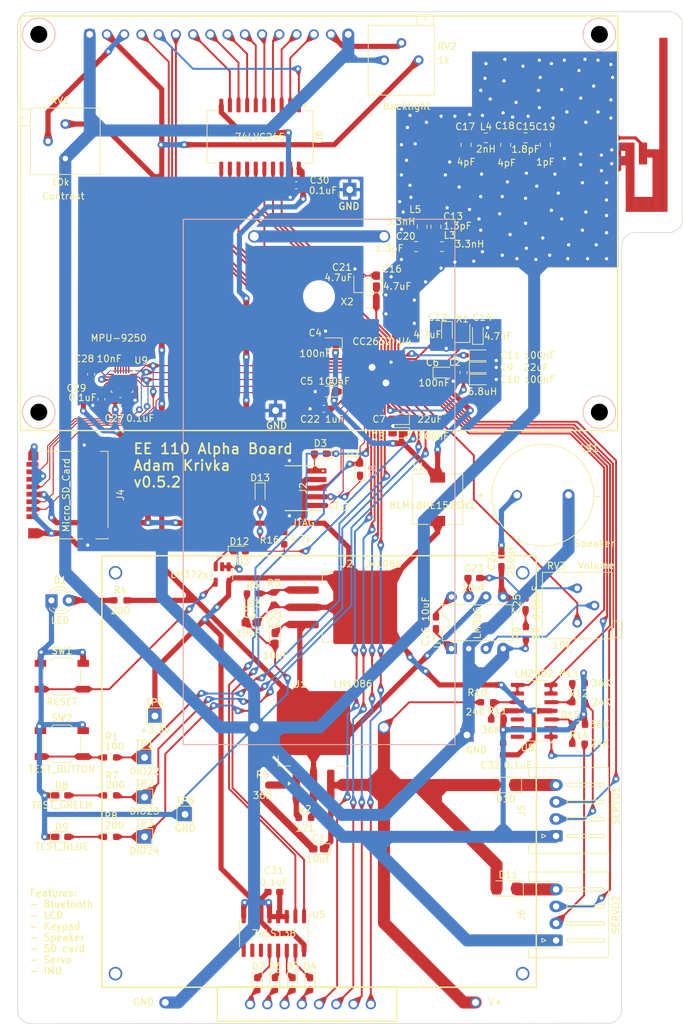
<source format=kicad_pcb>
(kicad_pcb (version 20240108) (generator "pcbnew") (generator_version "8.0")
  (title_block (title "EE110 Alpha Board PCB") (date "2024-02-27") (rev "0.1") (company "Adam Krivka"))
  (layers (0 "F.Cu" signal) (31 "B.Cu" signal) (35 "F.Paste" user) (36 "B.SilkS" user "B.Silkscreen") (37 "F.SilkS" user "F.Silkscreen") (38 "B.Mask" user) (39 "F.Mask" user) (44 "Edge.Cuts" user))
  (net 0 "")
  (net 1 "Net-(B1-Pad1)")
  (net 2 "GND")
  (net 3 "Net-(D4-K)")
  (net 4 "Net-(U4-VDDS)")
  (net 5 "Net-(D5-K)")
  (net 6 "Net-(D5-A)")
  (net 7 "Net-(D6-K)")
  (net 8 "Net-(D6-A)")
  (net 9 "Net-(J2-TCK)")
  (net 10 "Net-(U4-VDDR)")
  (net 11 "+3.3V")
  (net 12 "Net-(J2-TMS)")
  (net 13 "Net-(D12-K)")
  (net 15 "Net-(U4-X48M_P)")
  (net 16 "+5V")
  (net 17 "/RF_P")
  (net 18 "Net-(U4-X48M_N)")
  (net 19 "Net-(U4-X32K_Q1)")
  (net 20 "Net-(J5-Pad2)")
  (net 21 "Net-(D4-A)")
  (net 22 "/RF_N")
  (net 23 "Net-(U4-X32K_Q2)")
  (net 24 "Net-(U4-DCOUPL)")
  (net 25 "Net-(C24-Pad1)")
  (net 26 "/gpio/LCD_DATA0")
  (net 27 "/gpio/LCD_DATA1")
  (net 28 "/gpio/LCD_DATA2")
  (net 29 "/gpio/LCD_DATA3")
  (net 30 "/gpio/LCD_DATA4")
  (net 31 "/gpio/LCD_DATA5")
  (net 32 "/gpio/LCD_DATA6")
  (net 33 "/gpio/LCD_DATA7")
  (net 34 "Net-(C25-Pad2)")
  (net 35 "/gpio/LCD_E")
  (net 36 "/gpio/LCD_RW")
  (net 37 "/gpio/LCD_RS")
  (net 38 "/RF_ANT")
  (net 39 "/gpio/IMU_CS")
  (net 40 "Net-(C26-Pad1)")
  (net 41 "/gpio/KEYPAD_ROWA")
  (net 42 "/gpio/KEYPAD_ROWB")
  (net 43 "/gpio/KEYPAD_COL1")
  (net 44 "/gpio/KEYPAD_COL2")
  (net 45 "/gpio/KEYPAD_COL3")
  (net 46 "/gpio/KEYPAD_COL4")
  (net 47 "/gpio/SERVO1_PWM")
  (net 48 "Net-(C26-Pad2)")
  (net 49 "/gpio/SERVO2_PWM")
  (net 50 "/gpio/VBAT_READ")
  (net 51 "/gpio/SERVO1_POS")
  (net 52 "/gpio/SERVO2_POS")
  (net 53 "Net-(D1-A)")
  (net 54 "Net-(D2-K)")
  (net 55 "Net-(D3-A)")
  (net 56 "Net-(D7-K)")
  (net 59 "Net-(J6-Pad2)")
  (net 60 "Net-(U4-DCDC_SW)")
  (net 61 "Net-(U1-GND)")
  (net 62 "Net-(U2-GND)")
  (net 63 "Net-(U3-MR)")
  (net 64 "Net-(D7-A)")
  (net 65 "/gpio/SD_CS")
  (net 66 "/gpio/SPI_MOSI")
  (net 67 "/gpio/SPI_SCLK")
  (net 68 "/gpio/SPI_MISO")
  (net 69 "/gpio/SPKR")
  (net 70 "Net-(D9-A)")
  (net 71 "Net-(LS1-1)")
  (net 72 "Net-(DS1-V0)")
  (net 73 "Net-(DS1-DB0)")
  (net 74 "Net-(DS1-DB1)")
  (net 75 "Net-(DS1-DB2)")
  (net 76 "Net-(DS1-DB3)")
  (net 77 "Net-(DS1-DB4)")
  (net 78 "Net-(DS1-DB5)")
  (net 79 "Net-(DS1-DB6)")
  (net 80 "Net-(DS1-DB7)")
  (net 81 "/RF_MATCH1")
  (net 82 "/RF_MATCH2")
  (net 83 "+VBAT")
  (net 84 "Net-(D8-A)")
  (net 85 "/gpio/TEST_BUTTON")
  (net 86 "Net-(R1-Pad1)")
  (net 87 "Net-(DS1-PadA)")
  (net 88 "Net-(U7-BYPASS)")
  (net 89 "Net-(U9-REGOUT)")
  (net 90 "/gpio/TEST_GREEN")
  (net 91 "Net-(U8C-+)")
  (net 92 "Net-(U8B-+)")
  (net 93 "Net-(U8A-+)")
  (net 94 "Net-(U7-+)")
  (net 106 "/gpio/TEST_BLUE")
  (net 107 "Net-(D10-K)")
  (net 108 "Net-(D11-K)")
  (net 109 "Net-(D12-A)")
  (net 110 "Net-(D13-K)")
  (footprint "My_Footprint:EE110_Antenna" (layer "F.Cu") (at 130.156 53.244 -90)
    (property "Reference" "AE1" (hide yes))
    (property "Value" "Antenna_Chip" (hide yes))
  )
  (footprint "Package_SO:SOIC-14_3.9x8.7mm_P1.27mm" (layer "F.Cu") (at 118.11 135.89 180)
    (property "Reference" "U8")
    (property "Value" "LM2902")
  )
  (footprint "Capacitor_SMD:C_0805_2012Metric_Pad1.18x1.45mm_HandSolder" (layer "F.Cu") (at 108.077 52.578 -90)
    (property "Reference" "C17")
    (property "Value" "4pF")
  )
  (footprint "Resistor_SMD:R_0603_1608Metric_Pad0.98x0.95mm_HandSolder" (layer "F.Cu") (at 111.1745 134.6325)
    (property "Reference" "R10")
    (property "Value" "24K")
  )
  (footprint "Resistor_SMD:R_0603_1608Metric_Pad0.98x0.95mm_HandSolder" (layer "F.Cu") (at 124.6995 137.9345)
    (property "Reference" "R15")
    (property "Value" "36K")
  )
  (footprint "Diode_SMD:D_1206_3216Metric_Pad1.42x1.75mm_HandSolder" (layer "F.Cu") (at 113.792 146.812 180)
    (property "Reference" "D10")
    (property "Value" "D_Small_Filled" (hide yes))
  )
  (footprint "Capacitor_Tantalum_SMD:CP_EIA-1608-08_AVX-J_Pad1.25x1.05mm_HandSolder" (layer "F.Cu") (at 86.36 156.21 180)
    (property "Reference" "C1")
    (property "Value" "10uF")
  )
  (footprint "Capacitor_SMD:C_0603_1608Metric_Pad1.08x0.95mm_HandSolder" (layer "F.Cu") (at 52.832 86.36 -90)
    (property "Reference" "C28")
    (property "Value" "10nF")
  )
  (footprint "Capacitor_Tantalum_SMD:CP_EIA-1608-08_AVX-J_Pad1.25x1.05mm_HandSolder" (layer "F.Cu") (at 105.2625 80.2865 -90)
    (property "Reference" "C12")
    (property "Value" "4.7uF")
  )
  (footprint "" (layer "F.Cu") (at 90.932 59.182)
    (property "Reference" "")
    (property "Value" "")
  )
  (footprint "Capacitor_SMD:C_0603_1608Metric_Pad1.08x0.95mm_HandSolder" (layer "F.Cu") (at 109.22 116.345)
    (property "Reference" "C23")
    (property "Value" "10uF")
  )
  (footprint "Package_DFN_QFN:QFN-24-1EP_3x3mm_P0.4mm_EP1.75x1.6mm" (layer "F.Cu") (at 57.38 87.376 -90)
    (property "Reference" "U9")
    (property "Value" "MPU-9250")
  )
  (footprint "Package_SO:SOIC-20W_7.5x15.4mm_P1.27mm" (layer "F.Cu") (at 77.724 51.435 -90)
    (property "Reference" "U6")
    (property "Value" "74LVC245")
    (property "VALUE" "74LVC245" (hide yes))
  )
  (footprint "Capacitor_Tantalum_SMD:CP_EIA-1608-08_AVX-J_Pad1.25x1.05mm_HandSolder" (layer "F.Cu") (at 76.409 122.936 180)
    (property "Reference" "C3")
    (property "Value" "10uF")
  )
  (footprint "Capacitor_SMD:C_0805_2012Metric_Pad1.18x1.45mm_HandSolder" (layer "F.Cu") (at 113.919 52.578 -90)
    (property "Reference" "C18")
    (property "Value" "4pF")
  )
  (footprint "Capacitor_Tantalum_SMD:CP_EIA-1608-08_AVX-J_Pad1.25x1.05mm_HandSolder" (layer "F.Cu") (at 92.329 72.644 90)
    (property "Reference" "C21")
    (property "Value" "4.7uF")
  )
  (footprint "Diode_SMD:D_0603_1608Metric_Pad1.05x0.95mm_HandSolder" (layer "F.Cu") (at 77.32 176.0475 -90)
    (property "Reference" "D7")
    (property "Value" "D_Small_Filled" (hide yes))
  )
  (footprint "Capacitor_SMD:C_0805_2012Metric_Pad1.18x1.45mm_HandSolder" (layer "F.Cu") (at 119.761 52.578 -90)
    (property "Reference" "C19")
    (property "Value" "1pF")
  )
  (footprint "My_Footprint:SPKR_CVS-1508" (layer "F.Cu") (at 119.38 104.14)
    (property "Reference" "LS1")
    (property "Value" "Speaker")
  )
  (footprint "Capacitor_SMD:C_0603_1608Metric_Pad1.08x0.95mm_HandSolder" (layer "F.Cu") (at 83.058 58.547)
    (property "Reference" "C30")
    (property "Value" "0.1uF")
  )
  (footprint "Capacitor_SMD:C_0603_1608Metric_Pad1.08x0.95mm_HandSolder" (layer "F.Cu") (at 57.15 90.297)
    (property "Reference" "C27")
    (property "Value" "0.1uF")
  )
  (footprint "LED_THT:LED_D3.0mm" (layer "F.Cu") (at 46.99 119.634)
    (property "Reference" "D1")
    (property "Value" "LED")
  )
  (footprint "Capacitor_Tantalum_SMD:CP_EIA-1608-08_AVX-J_Pad1.25x1.05mm_HandSolder" (layer "F.Cu") (at 110.236 85.344)
    (property "Reference" "C9")
    (property "Value" "22uF")
  )
  (footprint "My_Footprint:4x4_Keypad" (layer "F.Cu") (at 86.42 145.57)
    (property "Reference" "J3" (hide yes))
    (property "Value" "~" (hide yes))
  )
  (footprint "Capacitor_SMD:C_0805_2012Metric_Pad1.18x1.45mm_HandSolder" (layer "F.Cu") (at 116.84 51.562)
    (property "Reference" "C15")
    (property "Value" "1.8pF")
  )
  (footprint "Potentiometer_THT:Potentiometer_Bourns_3296P_Horizontal" (layer "F.Cu") (at 101.092 40.132 -90)
    (property "Reference" "RV2")
    (property "Value" "1k")
  )
  (footprint "Capacitor_Tantalum_SMD:CP_EIA-1608-08_AVX-J_Pad1.25x1.05mm_HandSolder" (layer "F.Cu") (at 88.138 81.788 180)
    (property "Reference" "C4")
    (property "Value" "100nF")
  )
  (footprint "My_Footprint:CON10_2X5_DUK_FTSH_SAI" (layer "F.Cu") (at 84.074 103.124 90)
    (property "Reference" "J2")
    (property "Value" "JTAG")
  )
  (footprint "Crystal:Crystal_SMD_2016-4Pin_2.0x1.6mm" (layer "F.Cu") (at 107.484 80.326 90)
    (property "Reference" "X1")
    (property "Value" "48MHz" (hide yes))
  )
  (footprint "" (layer "F.Cu") (at 80.01 91.694)
    (property "Reference" "")
    (property "Value" "")
  )
  (footprint "Resistor_SMD:R_0603_1608Metric_Pad0.98x0.95mm_HandSolder" (layer "F.Cu") (at 55.626 154.432)
    (property "Reference" "R8")
    (property "Value" "200")
  )
  (footprint "Inductor_SMD:L_0805_2012Metric_Pad1.15x1.40mm_HandSolder" (layer "F.Cu") (at 101.6 64.643 90)
    (property "Reference" "L5")
    (property "Value" "3.3nH")
  )
  (footprint "" (layer "F.Cu") (at 108.204 139.446)
    (property "Reference" "")
    (property "Value" "")
  )
  (footprint "Inductor_SMD:L_0603_1608Metric_Pad1.05x0.95mm_HandSolder" (layer "F.Cu") (at 107.696 86.106 90)
    (property "Reference" "L2")
    (property "Value" "6.8uH")
  )
  (footprint "Potentiometer_THT:Potentiometer_Bourns_3296P_Horizontal" (layer "F.Cu") (at 124.46 122.936 180)
    (property "Reference" "RV3")
    (property "Value" "10k")
  )
  (footprint "Connector_JST:JST_XH_S4B-XH-A-1_1x04_P2.50mm_Horizontal" (layer "F.Cu") (at 121.34 169.672 90)
    (property "Reference" "J6")
    (property "Value" "SERVO2")
  )
  (footprint "Inductor_SMD:L_0805_2012Metric_Pad1.15x1.40mm_HandSolder" (layer "F.Cu") (at 110.998 51.562)
    (property "Reference" "L4")
    (property "Value" "2nH")
  )
  (footprint "Potentiometer_THT:Potentiometer_Bourns_3296P_Horizontal" (layer "F.Cu") (at 49.022 49.53)
    (property "Reference" "RV1")
    (property "Value" "10k")
  )
  (footprint "Package_TO_SOT_SMD:TO-263-3_TabPin2" (layer "F.Cu") (at 91.718 120.65)
    (property "Reference" "U2")
    (property "Value" "LM1086")
  )
  (footprint "Button_Switch_SMD:SW_SPST_TL3342" (layer "F.Cu") (at 48.514 140.716)
    (property "Reference" "SW2")
    (property "Value" "TEST_BUTTON")
  )
  (footprint "Capacitor_SMD:C_0603_1608Metric_Pad1.08x0.95mm_HandSolder" (layer "F.Cu") (at 113.284 113.792 90)
    (property "Reference" "C24")
    (property "Value" "250uF")
  )
  (footprint "Capacitor_Tantalum_SMD:CP_EIA-1608-08_AVX-J_Pad1.25x1.05mm_HandSolder" (layer "F.Cu") (at 110.236 83.566)
    (property "Reference" "C11")
    (property "Value" "100nF")
  )
  (footprint "Capacitor_Tantalum_SMD:CP_EIA-1608-08_AVX-J_Pad1.25x1.05mm_HandSolder" (layer "F.Cu") (at 79.938 125.222 -90)
    (property "Reference" "C2")
    (property "Value" "10uF")
  )
  (footprint "Package_DIP:DIP-8_W7.62mm" (layer "F.Cu") (at 105.928 126.736 90)
    (property "Reference" "U7")
    (property "Value" "LM386")
  )
  (footprint "Diode_SMD:D_0603_1608Metric_Pad1.05x0.95mm_HandSolder" (layer "F.Cu") (at 79.91 176.0475 -90)
    (property "Reference" "D6")
    (property "Value" "D_Small_Filled" (hide yes))
  )
  (footprint "Inductor_SMD:L_0805_2012Metric_Pad1.15x1.40mm_HandSolder" (layer "F.Cu") (at 104.521 67.564 180)
    (property "Reference" "L3")
    (property "Value" "3.3nH")
  )
  (footprint "Resistor_SMD:R_0603_1608Metric_Pad0.98x0.95mm_HandSolder" (layer "F.Cu") (at 124.6365 134.6325 180)
    (property "Reference" "R12")
    (property "Value" "24K")
  )
  (footprint "Capacitor_SMD:C_0603_1608Metric_Pad1.08x0.95mm_HandSolder" (layer "F.Cu") (at 113.538 141.5045 -90)
    (property "Reference" "C32")
    (property "Value" "0.1uF")
  )
  (footprint "Diode_SMD:D_0603_1608Metric_Pad1.05x0.95mm_HandSolder" (layer "F.Cu") (at 85.09 176.0475 -90)
    (property "Reference" "D4")
    (property "Value" "D_Small_Filled" (hide yes))
  )
  (footprint "TestPoint:TestPoint_THTPad_2.0x2.0mm_Drill1.0mm" (layer "F.Cu") (at 60.706 142.748)
    (property "Reference" "TP1")
    (property "Value" "DIO22")
  )
  (footprint "TestPoint:TestPoint_THTPad_2.0x2.0mm_Drill1.0mm" (layer "F.Cu") (at 60.706 148.59)
    (property "Reference" "TP2")
    (property "Value" "DIO23")
  )
  (footprint "Connector_JST:JST_XH_S4B-XH-A-1_1x04_P2.50mm_Horizontal" (layer "F.Cu") (at 121.34 154.305 90)
    (property "Reference" "J5")
    (property "Value" "SERVO1")
  )
  (footprint "TestPoint:TestPoint_THTPad_2.0x2.0mm_Drill1.0mm" (layer "F.Cu") (at 60.706 154.432)
    (property "Reference" "TP3")
    (property "Value" "DIO24")
  )
  (footprint "Resistor_SMD:R_0603_1608Metric_Pad0.98x0.95mm_HandSolder" (layer "F.Cu") (at 79.756 119.38 90)
    (property "Reference" "R3")
    (property "Value" "121")
  )
  (footprint "Button_Switch_SMD:SW_SPST_TL3342" (layer "F.Cu") (at 48.514 130.81)
    (property "Reference" "SW1")
    (property "Value" "RESET")
  )
  (footprint "Diode_SMD:D_0603_1608Metric_Pad1.05x0.95mm_HandSolder" (layer "F.Cu") (at 92.456 100.33 90)
    (property "Reference" "D2")
    (property "Value" "D_Small_Filled" (hide yes))
  )
  (footprint "Resistor_SMD:R_0603_1608Metric_Pad0.98x0.95mm_HandSolder" (layer "F.Cu") (at 84.328 151.638 180)
    (property "Reference" "R2")
    (property "Value" "121")
  )
  (footprint "My_Footprint:WINSTAR-WH1604A" (layer "F.Cu") (at 86.42 64.135)
    (property "Reference" "DS1" (hide yes))
    (property "Value" "LCD-20X4B" (hide yes))
  )
  (footprint "Diode_SMD:D_0603_1608Metric_Pad1.05x0.95mm_HandSolder" (layer "F.Cu") (at 82.5 176.0475 -90)
    (property "Reference" "D5")
    (property "Value" "D_Small_Filled" (hide yes))
  )
  (footprint "Capacitor_SMD:C_0603_1608Metric_Pad1.08x0.95mm_HandSolder" (layer "F.Cu") (at 54.356 90.043 -90)
    (property "Reference" "C29")
    (property "Value" "0.1uF")
  )
  (footprint "Capacitor_Tantalum_SMD:CP_EIA-1608-08_AVX-J_Pad1.25x1.05mm_HandSolder" (layer "F.Cu") (at 98.044 94.996 180)
    (property "Reference" "C8")
    (property "Value" "100nF")
  )
  (footprint "Capacitor_Tantalum_SMD:CP_EIA-1608-08_AVX-J_Pad1.25x1.05mm_HandSolder" (layer "F.Cu") (at 94.869 72.644 90)
    (property "Reference" "C16")
    (property "Value" "4.7uF")
  )
  (footprint "Diode_SMD:D_1206_3216Metric_Pad1.42x1.75mm_HandSolder" (layer "F.Cu") (at 114.046 162.052 180)
    (property "Reference" "D11")
    (property "Value" "D_Small_Filled" (hide yes))
  )
  (footprint "TestPoint:TestPoint_THTPad_2.0x2.0mm_Drill1.0mm" (layer "F.Cu") (at 66.675 151.13)
    (property "Reference" "TP5")
    (property "Value" "GND")
  )
  (footprint "Resistor_SMD:R_0603_1608Metric_Pad0.98x0.95mm_HandSolder" (layer "F.Cu") (at 124.6365 131.8385)
    (property "Reference" "R13")
    (property "Value" "36K")
  )
  (footprint "Diode_SMD:D_0603_1608Metric_Pad1.05x0.95mm_HandSolder" (layer "F.Cu") (at 77.724 104.013 -90)
    (property "Reference" "D13")
    (property "Value" "D_Small_Filled" (hide yes))
  )
  (footprint "Capacitor_SMD:C_0603_1608Metric_Pad1.08x0.95mm_HandSolder" (layer "F.Cu") (at 116.84 120.142 -90)
    (property "Reference" "C25")
    (property "Value" "0.05uF")
  )
  (footprint "Diode_SMD:D_0603_1608Metric_Pad1.05x0.95mm_HandSolder" (layer "F.Cu") (at 74.676 112.395)
    (property "Reference" "D12")
    (property "Value" "D_Small_Filled" (hide yes))
  )
  (footprint "TestPoint:TestPoint_THTPad_2.0x2.0mm_Drill1.0mm" (layer "F.Cu") (at 62.23 136.652)
    (property "Reference" "TP4")
    (property "Value" "+3.3V")
  )
  (footprint "My_Footprint:RGZ0048A_NV" (layer "F.Cu") (at 95.348001 86.36 -90)
    (property "Reference" "U4")
    (property "Value" "CC2652")
  )
  (footprint "Resistor_SMD:R_0603_1608Metric_Pad0.98x0.95mm_HandSolder" (layer "F.Cu") (at 76.708 118.618 180)
    (property "Reference" "R6")
    (property "Value" "183")
  )
  (footprint "Resistor_SMD:R_0603_1608Metric_Pad0.98x0.95mm_HandSolder" (layer "F.Cu") (at 57.15 119.634 180)
    (property "Reference" "R4")
    (property "Value" "200")
  )
  (footprint "Crystal:Crystal_SMD_3215-2Pin_3.2x1.5mm" (layer "F.Cu") (at 93.599 75.692 180)
    (property "Reference" "X2")
    (property "Value" "32.768KHz" (hide yes))
  )
  (footprint "Capacitor_Tantalum_SMD:CP_EIA-1608-08_AVX-J_Pad1.25x1.05mm_HandSolder" (layer "F.Cu") (at 88.138 88.9 180)
    (property "Reference" "C5")
    (property "Value" "100nF")
  )
  (footprint "Capacitor_SMD:C_0603_1608Metric_Pad1.08x0.95mm_HandSolder" (layer "F.Cu") (at 87.122 91.44 180)
    (property "Reference" "C22")
    (property "Value" "1uF")
  )
  (footprint "Package_SO:SOIC-16_3.9x9.9mm_P1.27mm" (layer "F.Cu") (at 79.756 168.656 -90)
    (property "Reference" "U5")
    (property "Value" "74LS138")
  )
  (footprint "LED_SMD:LED_0603_1608Metric_Pad1.05x0.95mm_HandSolder" (layer "F.Cu") (at 48.514 148.336)
    (property "Reference" "D8")
    (property "Value" "TEST_GREEN")
  )
  (footprint "LED_SMD:LED_0603_1608Metric_Pad1.05x0.95mm_HandSolder" (layer "F.Cu") (at 48.514 154.432)
    (property "Reference" "D9")
    (property "Value" "TEST_BLUE")
  )
  (footprint "Resistor_SMD:R_0603_1608Metric_Pad0.98x0.95mm_HandSolder" (layer "F.Cu") (at 55.626 142.748)
    (property "Reference" "R1")
    (property "Value" "100")
  )
  (footprint "Capacitor_SMD:C_0603_1608Metric_Pad1.08x0.95mm_HandSolder" (layer "F.Cu") (at 103.632 122.936 90)
    (property "Reference" "C26")
    (property "Value" "10uF")
  )
  (footprint "Resistor_SMD:R_0603_1608Metric_Pad0.98x0.95mm_HandSolder" (layer "F.Cu") (at 112.6985 137.1725)
    (property "Reference" "R11")
    (property "Value" "36K")
  )
  (footprint "Resistor_SMD:R_0603_1608Metric_Pad0.98x0.95mm_HandSolder" (layer "F.Cu") (at 55.626 148.336)
    (property "Reference" "R7")
    (property "Value" "200")
  )
  (footprint "Resistor_SMD:R_0603_1608Metric_Pad0.98x0.95mm_HandSolder" (layer "F.Cu") (at 116.89 124.46 -90)
    (property "Reference" "R9")
    (property "Value" "10")
  )
  (footprint "Capacitor_SMD:C_0805_2012Metric_Pad1.18x1.45mm_HandSolder" (layer "F.Cu") (at 100.711 67.564 180)
    (property "Reference" "C20")
    (property "Value" "1.3pF")
  )
  (footprint "Capacitor_Tantalum_SMD:CP_EIA-1608-08_AVX-J_Pad1.25x1.05mm_HandSolder" (layer "F.Cu") (at 109.812 80.264 90)
    (property "Reference" "C14")
    (property "Value" "4.7uF")
  )
  (footprint "Capacitor_Tantalum_SMD:CP_EIA-1608-08_AVX-J_Pad1.25x1.05mm_HandSolder" (layer "F.Cu") (at 98.044 92.964 180)
    (property "Reference" "C7")
    (property "Value" "22uF")
  )
  (footprint "Capacitor_Tantalum_SMD:CP_EIA-1608-08_AVX-J_Pad1.25x1.05mm_HandSolder" (layer "F.Cu") (at 110.2585 87.122)
    (property "Reference" "C10")
    (property "Value" "100nF")
  )
  (footprint "Capacitor_SMD:C_0603_1608Metric_Pad1.08x0.95mm_HandSolder" (layer "F.Cu") (at 79.756 162.56 180)
    (property "Reference" "C31")
    (property "Value" "0.1uF")
  )
  (footprint "Capacitor_Tantalum_SMD:CP_EIA-1608-08_AVX-J_Pad1.25x1.05mm_HandSolder" (layer "F.Cu") (at 104.902 86.106)
    (property "Reference" "C6")
    (property "Value" "100nF")
  )
  (footprint "Diode_SMD:D_0603_1608Metric_Pad1.05x0.95mm_HandSolder" (layer "F.Cu") (at 86.614 98.044 180)
    (property "Reference" "D3")
    (property "Value" "D_Small_Filled" (hide yes))
  )
  (footprint "Connector_Card:microSD_HC_Hirose_DM3D-SF" (layer "F.Cu") (at 49.53 104.14 -90)
    (property "Reference" "J4")
    (property "Value" "Micro_SD_Card")
  )
  (footprint "Package_TO_SOT_SMD:TO-263-3_TabPin2" (layer "F.Cu") (at 85.598 139.192 90)
    (property "Reference" "U1")
    (property "Value" "LM1086")
  )
  (footprint "Resistor_SMD:R_0603_1608Metric_Pad0.98x0.95mm_HandSolder" (layer "F.Cu") (at 78.0815 146.811 180)
    (property "Reference" "R5")
    (property "Value" "363")
  )
  (footprint "Resistor_SMD:R_0603_1608Metric_Pad0.98x0.95mm_HandSolder" (layer "F.Cu") (at 81.28 110.4665 -90)
    (property "Reference" "R16")
    (property "Value" "4.7k")
  )
  (footprint "Capacitor_SMD:C_0805_2012Metric_Pad1.18x1.45mm_HandSolder" (layer "F.Cu") (at 103.632 64.643 90)
    (property "Reference" "C13")
    (property "Value" "1.3pF")
  )
  (footprint "My_Footprint:My_Power_Connector" (layer "F.Cu") (at 86.614 178.816)
    (property "Reference" "J1" (hide yes))
    (property "Value" "power")
  )
  (footprint "Resistor_SMD:R_0603_1608Metric_Pad0.98x0.95mm_HandSolder" (layer "F.Cu") (at 124.6365 140.7285 180)
    (property "Reference" "R14")
    (property "Value" "24K")
  )
  (footprint "Inductor_SMD:L_7.3x7.3_H3.5" (layer "F.Cu") (at 103.886 104.75 90)
    (property "Reference" "L1")
    (property "Value" "BLM18HE152SN1")
  )
  (footprint "Package_TO_SOT_SMD:SOT-23-5" (layer "F.Cu") (at 72.136 115.824 -90)
    (property "Reference" "U3")
    (property "Value" "LM372x")
  )
  (footprint "My_Footprint:1049P_KEY" (layer "B.Cu") (at 76.8569 66.0654 -90)
    (property "Reference" "B1")
    (property "Value" "1049P")
  )
  (gr_poly (pts (xy 109.474 87.122) (xy 109.474 83.566) (xy 107.696 85.344)) (stroke (width 0.2)) (fill solid) (layer "F.Cu") (net 10))
  (gr_line (start 44.032 181.951159) (end 128.968 181.864) (stroke (width 0.1)) (layer "Edge.Cuts"))
  (gr_line (start 133.032 65.5) (end 137.968 65.5) (stroke (width 0.1)) (layer "Edge.Cuts"))
  (gr_arc (start 140 63.468) (mid 139.404841 64.904841) (end 137.968 65.5) (stroke (width 0.1)) (layer "Edge.Cuts"))
  (gr_line (start 42 35.032) (end 42 179.919159) (stroke (width 0.1)) (layer "Edge.Cuts"))
  (gr_arc (start 44.032 181.951159) (mid 42.595159 181.356) (end 42 179.919159) (stroke (width 0.1)) (layer "Edge.Cuts"))
  (gr_arc (start 131 179.832) (mid 130.404841 181.268841) (end 128.968 181.864) (stroke (width 0.1)) (layer "Edge.Cuts"))
  (gr_arc (start 42 35.032) (mid 42.595159 33.595159) (end 44.032 33) (stroke (width 0.1)) (layer "Edge.Cuts"))
  (gr_arc (start 131 67.532) (mid 131.595159 66.095159) (end 133.032 65.5) (stroke (width 0.1)) (layer "Edge.Cuts"))
  (gr_line (start 140 63.468) (end 140 35.032) (stroke (width 0.1)) (layer "Edge.Cuts"))
  (gr_line (start 137.968 33) (end 44.032 33) (stroke (width 0.1)) (layer "Edge.Cuts"))
  (gr_line (start 131 179.832) (end 131 67.532) (stroke (width 0.1)) (layer "Edge.Cuts"))
  (gr_arc (start 137.968 33) (mid 139.404841 33.595159) (end 140 35.032) (stroke (width 0.1)) (layer "Edge.Cuts"))
  (gr_text "GND" (at 107.95 142.24 0) (layer "F.SilkS") (effects (font (size 1.016 1.016) (thickness 0.1778) (bold yes)) (justify left bottom)))
  (gr_text "GND" (at 78.486 94.488 0) (layer "F.SilkS") (effects (font (size 1.016 1.016) (thickness 0.1778) (bold yes)) (justify left bottom)))
  (gr_text "Contrast" (at 45.466 60.706 0) (layer "F.SilkS") (effects (font (size 1 1)) (justify left bottom)))
  (gr_text "V+\n" (at 111.252 179.324 0) (layer "F.SilkS") (effects (font (size 1 1)) (justify left bottom)))
  (gr_text "Features:\n- Bluetooth\n- LCD\n- Keypad\n- Speaker\n- SD card\n- Servo\n- IMU" (at 43.688 174.752 0) (layer "F.SilkS") (effects (font (size 1.016 1.016) (thickness 0.1778) (bold yes)) (justify left bottom)))
  (gr_text "Volume" (at 124.46 115.062 0) (layer "F.SilkS") (effects (font (size 1 1)) (justify left bottom)))
  (gr_text "Backlight" (at 95.758 47.498 0) (layer "F.SilkS") (effects (font (size 1 1)) (justify left bottom)))
  (gr_text "GND" (at 89.154 62.23 0) (layer "F.SilkS") (effects (font (size 1.016 1.016) (thickness 0.1778) (bold yes)) (justify left bottom)))
  (gr_text "EE 110 Alpha Board\nAdam Krivka\nv0.5.2" (at 58.928 103.124 0) (layer "F.SilkS") (effects (font (size 1.524 1.524) (thickness 0.254) (bold yes)) (justify left bottom)))
  (gr_text "GND" (at 58.928 179.324 0) (layer "F.SilkS") (effects (font (size 1 1)) (justify left bottom)))
  (segment (start 76.8569 66.0654) (end 95.9831 66.0654) (width 1.778) (layer "B.Cu") (net 1))
  (segment (start 87.4255 81.788) (end 87.4255 80.0595) (width 0.2794) (layer "F.Cu") (net 2))
  (segment (start 92.329 71.844) (end 92.329 71.501) (width 0.1524) (layer "F.Cu") (net 2))
  (segment (start 51.664 138.816) (end 51.664 138.024) (width 0.762) (layer "F.Cu") (net 2))
  (segment (start 59.309 90.17) (end 58.38 89.241) (width 0.1524) (layer "F.Cu") (net 2))
  (segment (start 44.305 98.415) (end 44.305 97.173) (width 0.762) (layer "F.Cu") (net 2))
  (segment (start 125.5245 136.5365) (end 125.3985 136.4105) (width 0.762) (layer "F.Cu") (net 2))
  (segment (start 45.251 101.815) (end 45.72 101.346) (width 0.762) (layer "F.Cu") (net 2))
  (segment (start 82.1955 56.0865) (end 82.169 56.06) (width 0.762) (layer "F.Cu") (net 2))
  (segment (start 52.555 111.275) (end 52.324 111.506) (width 0.762) (layer "F.Cu") (net 2))
  (segment (start 79.121 164.211) (end 78.994 164.084) (width 0.762) (layer "F.Cu") (net 2))
  (segment (start 75.311 166.181) (end 75.311 164.211) (width 0.762) (layer "F.Cu") (net 2))
  (segment (start 130.556 56.134) (end 129.794 56.134) (width 0.762) (layer "F.Cu") (net 2))
  (segment (start 110.9485 85.344) (end 112.522 85.344) (width 0.2794) (layer "F.Cu") (net 2))
  (segment (start 51.905 98.165) (end 51.905 96.863) (width 0.762) (layer "F.Cu") (net 2))
  (segment (start 87.4255 80.0595) (end 87.376 80.01) (width 0.2794) (layer "F.Cu") (net 2))
  (segment (start 108.034 79.626) (end 109.7375 79.626) (width 0.2794) (layer "F.Cu") (net 2))
  (segment (start 44.305 109.765) (end 46.99 109.765) (width 0.762) (layer "F.Cu") (net 2))
  (segment (start 54.98 109.715) (end 52.955 109.715) (width 0.762) (layer "F.Cu") (net 2))
  (segment (start 113.5235 137.1725) (end 113.5235 138.6695) (width 0.762) (layer "F.Cu") (net 2))
  (segment (start 80.6185 162.56) (end 80.6185 165.9535) (width 0.762) (layer "F.Cu") (net 2))
  (segment (start 116.89 126.696) (end 116.84 126.746) (width 0.2794) (layer "F.Cu") (net 2))
  (segment (start 105.6145 86.8185) (end 106.172 87.376) (width 0.2794) (layer "F.Cu") (net 2))
  (segment (start 59.48 87.976) (end 58.9925 87.976) (width 0.1524) (layer "F.Cu") (net 2))
  (segment (start 105.2895 81.026) (end 105.2625 80.999) (width 0.2794) (layer "F.Cu") (net 2))
  (segment (start 129.286 52.7558) (end 129.286 52.832) (width 0.2794) (layer "F.Cu") (net 2))
  (segment (start 45.364 138.328) (end 45.212 138.176) (width 0.762) (layer "F.Cu") (net 2))
  (segment (start 47.7265 154.432) (end 45.974 154.432) (width 0.762) (layer "F.Cu") (net 2))
  (segment (start 72.136 114.6865) (end 73.086 114.6865) (width 0.2794) (layer "F.Cu") (net 2))
  (segment (start 82.042 105.664) (end 82.042 107.188) (width 0.1524) (layer "F.Cu") (net 2))
  (segment (start 97.282 93.98) (end 97.0775 93.7755) (width 0.2794) (layer "F.Cu") (net 2))
  (segment (start 97.0775 94.1845) (end 97.0775 94.996) (width 0.2794) (layer "F.Cu") (net 2))
  (segment (start 55.8122 92.3882) (end 57.0908 92.3882) (width 0.2794) (layer "F.Cu") (net 2))
  (segment (start 110.971 87.122) (end 112.522 87.122) (width 0.2794) (layer "F.Cu") (net 2))
  (segment (start 44.18 101.815) (end 45.251 101.815) (width 0.762) (layer "F.Cu") (net 2))
  (segment (start 130.546 52.864) (end 130.546 55.118) (width 0.762) (layer "F.Cu") (net 2))
  (segment (start 129.6416 52.4002) (end 129.286 52.7558) (width 0.2794) (layer "F.Cu") (net 2))
  (segment (start 115.635 135.89) (end 113.981 135.89) (width 0.762) (layer "F.Cu") (net 2))
  (segment (start 44.305 97.173) (end 44.45 97.028) (width 0.762) (layer "F.Cu") (net 2))
  (segment (start 94.869 71.844) (end 92.329 71.844) (width 0.1524) (layer "F.Cu") (net 2))
  (segment (start 130.684 52.4002) (end 129.6416 52.4002) (width 0.2794) (layer "F.Cu") (net 2))
  (segment (start 105.156 81.1055) (end 105.2625 80.999) (width 0.2794) (layer "F.Cu") (net 2))
  (segment (start 74.999001 50.8) (end 81.915 50.8) (width 0.762) (layer "F.Cu") (net 2))
  (segment (start 125.4615 131.8385) (end 125.4615 130.3775) (width 0.2794) (layer "F.Cu") (net 2))
  (segment (start 79.938 125.9345) (end 78.695 125.9345) (width 0.2794) (layer "F.Cu") (net 2))
  (segment (start 81.788 131.064) (end 79.938 129.214) (width 0.2794) (layer "F.Cu") (net 2))
  (segment (start 77.169 146.811) (end 77.169 138.6405) (width 1.0668) (layer "F.Cu") (net 2))
  (segment (start 75.311 164.211) (end 75.438 164.084) (width 0.762) (layer "F.Cu") (net 2))
  (segment (start 85.56 156.21) (end 77.169 147.819) (width 1.0668) (layer "F.Cu") (net 2))
  (segment (start 113.5235 136.3475) (end 113.9685 135.9025) (width 0.762) (layer "F.Cu") (net 2))
  (segment (start 130.556 54.864) (end 130.556 56.134) (width 0.762) (layer "F.Cu") (net 2))
  (segment (start 78.695 125.9345) (end 75.6965 122.936) (width 0.2794) (layer "F.Cu") (net 2))
  (segment (start 72.009 46.81) (end 72.009 47.809999) (width 0.762) (layer "F.Cu") (net 2))
  (segment (start 59.6832 89.7958) (end 59.6832 88.1792) (width 0.1524) (layer "F.Cu") (net 2))
  (segment (start 53.405 98.49) (end 52.23 98.49) (width 0.762) (layer "F.Cu") (net 2))
  (segment (start 51.664 138.024) (end 51.562 137.922) (width 0.762) (layer "F.Cu") (net 2))
  (segment (start 77.169 138.6405) (end 76.8569 138.3284) (width 1.0668) (layer "F.Cu") (net 2))
  (segment (start 125.5245 137.9345) (end 125.5245 136.5365) (width 0.762) (layer "F.Cu") (net 2))
  (segment (start 129.826 52.864) (end 130.546 52.864) (width 0.762) (layer "F.Cu") (net 2))
  (segment (start 75.6965 118.8045) (end 75.883 118.618) (width 0.2794) (layer "F.Cu") (net 2))
  (segment (start 109.812 79.5515) (end 111.2025 79.5515) (width 0.2794) (layer "F.Cu") (net 2))
  (segment (start 105.156 82.55) (end 105.156 81.1055) (width 0.2794) (layer "F.Cu") (net 2))
  (segment (start 86.347 91.44) (end 85.09 91.44) (width 0.2794) (layer "F.Cu") (net 2))
  (segment (start 46.99 109.765) (end 49.059 109.765) (width 0.762) (layer "F.Cu") (net 2))
  (segment (start 51.664 128.91) (end 51.664 127.356) (width 0.762) (layer "F.Cu") (net 2))
  (segment (start 79.8885 125.984) (end 79.938 125.9345) (width 0.2794) (layer "F.Cu") (net 2))
  (segment (start 110.9485 83.566) (end 111.76 83.566) (width 0.2794) (layer "F.Cu") (net 2))
  (segment (start 82.042 100.584) (end 82.042 99.06) (width 0.1524) (layer "F.Cu") (net 2))
  (segment (start 74.676 115.062) (end 74.3005 114.6865) (width 0.2794) (layer "F.Cu") (net 2))
  (segment (start 82.1955 58.547) (end 82.1955 56.0865) (width 0.762) (layer "F.Cu") (net 2))
  (segment (start 77.169 147.819) (end 77.169 146.811) (width 1.0668) (layer "F.Cu") (net 2))
  (segment (start 72.009 47.809999) (end 74.999001 50.8) (width 0.762) (layer "F.Cu") (net 2))
  (segment (start 92.329 71.501) (end 91.694 70.866) (width 0.1524) (layer "F.Cu") (net 2))
  (segment (start 106.934 81.026) (end 105.2895 81.026) (width 0.2794) (layer "F.Cu") (net 2))
  (segment (start 97.0775 93.7755) (end 97.0775 92.964) (width 0.2794) (layer "F.Cu") (net 2))
  (segment (start 109.7375 79.626) (end 109.812 79.5515) (width 0.2794) (layer "F.Cu") (net 2))
  (segment (start 109.995 116.345) (end 111.493 116.345) (width 0.2794) (layer "F.Cu") (net 2))
  (segment (start 59.6832 88.1792) (end 59.48 87.976) (width 0.1524) (layer "F.Cu") (net 2))
  (segment (start 49.059 109.765) (end 50.8 111.506) (width 0.762) (layer "F.Cu") (net 2))
  (segment (start 59.182 90.297) (end 59.309 90.17) (width 0.762) (layer "F.Cu") (net 2))
  (segment (start 97.282 93.98) (end 97.0775 94.1845) (width 0.2794) (layer "F.Cu") (net 2))
  (segment (start 51.905 96.863) (end 51.816 96.774) (width 0.762) (layer "F.Cu") (net 2))
  (segment (start 87.4255 88.9) (end 85.852 88.9) (width 0.2794) (layer "F.Cu") (net 2))
  (segment (start 59.309 90.17) (end 59.6832 89.7958) (width 0.1524) (layer "F.Cu") (net 2))
  (segment (start 79.938 129.214) (end 79.938 125.9345) (width 0.2794) (layer "F.Cu") (net 2))
  (segment (start 105.6145 86.106) (end 105.6145 86.8185) (width 0.2794) (layer "F.Cu") (net 2))
  (segment (start 47.7265 148.336) (end 45.974 148.336) (width 0.762) (layer "F.Cu") (net 2))
  (segment (start 82.169 60.325) (end 82.169 58.5735) (width 0.762) (layer "F.Cu") (net 2))
  (segment (start 111.493 116.345) (end 111.506 116.332) (width 0.2794) (layer "F.Cu") (net 2))
  (segment (start 52.832 89.408) (end 55.8122 92.3882) (width 0.2794) (layer "F.Cu") (net 2))
  (segment (start 45.364 127.356) (end 45.466 127.254) (width 0.762) (layer "F.Cu") (net 2))
  (segment (start 125.4615 130.3775) (end 125.3985 130.3145) (width 0.2794) (layer "F.Cu") (net 2))
  (segment (start 113.538 140.642) (end 113.538 138.684) (width 0.762) (layer "F.Cu") (net 2))
  (segment (start 45.364 128.91) (end 45.364 127.356) (width 0.762) (layer "F.Cu") (net 2))
  (segment (start 51.664 127.356) (end 51.562 127.254) (width 0.762) (layer "F.Cu") (net 2))
  (segment (start 113.5235 137.1725) (end 113.5235 136.3475) (width 0.762) (layer "F.Cu") (net 2))
  (segment (start 116.89 125.285) (end 116.89 126.696) (width 0.2794) (layer "F.Cu") (net 2))
  (segment (start 81.661 166.181) (end 79.121 166.181) (width 0.762) (layer "F.Cu") (net 2))
  (segment (start 58.38 89.241) (end 58.38 88.876) (width 0.1524) (layer "F.Cu") (net 2))
  (segment (start 80.6185 165.9535) (end 80.391 166.181) (width 0.762) (layer "F.Cu") (net 2))
  (segment (start 54.356 90.9055) (end 53.1125 90.9055) (width 0.762) (layer "F.Cu") (net 2))
  (segment (start 75.6965 122.936) (end 75.6965 118.8045) (width 0.2794) (layer "F.Cu") (net 2))
  (segment (start 53.1125 90.9055) (end 53.086 90.932) (width 0.762) (layer "F.Cu") (net 2))
  (segment (start 82.169 58.5735) (end 82.1955 58.547) (width 0.762) (layer "F.Cu") (net 2))
  (segment (start 52.955 109.715) (end 52.555 110.115) (width 0.762) (layer "F.Cu") (net 2))
  (segment (start 52.555 110.115) (end 52.555 111.275) (width 0.762) (layer "F.Cu") (net 2))
  (segment (start 129.794 52.832) (end 129.826 52.864) (width 0.762) (layer "F.Cu") (net 2))
  (segment (start 111.76 83.566) (end 112.522 84.328) (width 0.2794) (layer "F.Cu") (net 2))
  (segment (start 111.2025 79.5515) (end 111.252 79.502) (width 0.2794) (layer "F.Cu") (net 2))
  (segment (start 113.981 135.89) (end 113.9685 135.9025) (width 0.762) (layer "F.Cu") (net 2))
  (segment (start 58.0125 90.297) (end 59.182 90.297) (width 0.762) (layer "F.Cu") (net 2))
  (segment (start 113.5235 138.6695) (end 113.538 138.684) (width 0.762) (layer "F.Cu") (net 2))
  (segment (start 57.0908 92.3882) (end 59.309 90.17) (width 0.2794) (layer "F.Cu") (net 2))
  (segment (start 52.23 98.49) (end 51.905 98.165) (width 0.762) (layer "F.Cu") (net 2))
  (segment (start 52.832 87.2225) (end 52.832 89.408) (width 0.2794) (layer "F.Cu") (net 2))
  (segment (start 45.364 138.816) (end 45.364 138.328) (width 0.762) (layer "F.Cu") (net 2))
  (segment (start 74.3005 114.6865) (end 73.086 114.6865) (width 0.2794) (layer "F.Cu") (net 2))
  (segment (start 129.794 56.134) (end 129.794 52.832) (width 0.762) (layer "F.Cu") (net 2))
  (segment (start 50.8 111.506) (end 52.324 111.506) (width 0.762) (layer "F.Cu") (net 2))
  (segment (start 79.121 166.181) (end 79.121 164.211) (width 0.762) (layer "F.Cu") (net 2))
  (via (at 122.174 63.5) (size 1.016) (drill 0.4826) (layers "F.Cu" "B.Cu") (net 2))
  (via (at 82.042 99.06) (size 1.016) (drill 0.4826) (layers "F.Cu" "B.Cu") (net 2))
  (via (at 107.061 58.801) (size 1.016) (drill 0.4826) (layers "F.Cu" "B.Cu") (net 2))
  (via (at 99.822 58.547) (size 1.016) (drill 0.4826) (layers "F.Cu" "B.Cu") (net 2))
  (via (at 117.221 48.387) (size 1.016) (drill 0.4826) (layers "F.Cu" "B.Cu") (net 2))
  (via (at 53.086 90.932) (size 1.016) (drill 0.4826) (layers "F.Cu" "B.Cu") (net 2))
  (via (at 110.998 40.64) (size 1.016) (drill 0.4826) (layers "F.Cu" "B.Cu") (net 2))
  (via (at 52.324 111.506) (size 1.016) (drill 0.4826) (layers "F.Cu" "B.Cu") (net 2))
  (via (at 125.222 65.151) (size 1.016) (drill 0.4826) (layers "F.Cu" "B.Cu") (net 2))
  (via (at 129.413 40.767) (size 1.016) (drill 0.4826) (layers "F.Cu" "B.Cu") (net 2))
  (via (at 125.3985 130.3145) (size 1.016) (drill 0.4826) (layers "F.Cu" "B.Cu") (net 2))
  (via (at 105.156 82.55) (size 1.016) (drill 0.4826) (layers "F.Cu" "B.Cu") (net 2))
  (via (at 114.173 58.039) (size 1.016) (drill 0.4826) (layers "F.Cu" "B.Cu") (net 2))
  (via (at 110.236 60.198) (size 1.016) (drill 0.4826) (layers "F.Cu" "B.Cu") (net 2))
  (via (at 97.028 84.582) (size 1.016) (drill 0.4826) (layers "F.Cu" "B.Cu") (net 2))
  (via (at 123.19 67.31) (size 1.016) (drill 0.4826) (layers "F.Cu" "B.Cu") (net 2))
  (via (at 98.298 60.96) (size 1.016) (drill 0.4826) (layers "F.Cu" "B.Cu") (net 2))
  (via (at 114.935 48.514) (size 1.016) (drill 0.4826) (layers "F.Cu" "B.Cu") (net 2))
  (via (at 112.522 85.344) (size 1.016) (drill 0.4826) (layers "F.Cu" "B.Cu") (net 2))
  (via (at 115.57 69.342) (size 1.016) (drill 0.4826) (layers "F.Cu" "B.Cu") (net 2))
  (via (at 120.65 40.64) (size 1.016) (drill 0.4826) (layers "F.Cu" "B.Cu") (net 2))
  (via (at 45.212 138.176) (size 1.016) (drill 0.4826) (layers "F.Cu" "B.Cu") (net 2))
  (via (at 116.967 67.818) (size 1.016) (drill 0.4826) (layers "F.Cu" "B.Cu") (net 2))
  (via (at 118.872 40.132) (size 1.016) (drill 0.4826) (layers "F.Cu" "B.Cu") (net 2))
  (via (at 127.254 67.31) (size 1.016) (drill 0.4826) (layers "F.Cu" "B.Cu") (net 2))
  (via (at 85.852 88.9) (size 1.016) (drill 0.4826) (layers "F.Cu" "B.Cu") (net 2))
  (via (at 45.974 154.432) (size 1.016) (drill 0.4826) (layers "F.Cu" "B.Cu") (net 2))
  (via (at 113.792 40.005) (size 1.016) (drill 0.4826) (layers "F.Cu" "B.Cu") (net 2))
  (via (at 91.694 70.866) (size 1.016) (drill 0.4826) (layers "F.Cu" "B.Cu") (net 2))
  (via (at 128.778 65.532) (size 1.016) (drill 0.4826) (layers "F.Cu" "B.Cu") (net 2))
  (via (at 108.585 62.103) (size 1.016) (drill 0.4826) (layers "F.Cu" "B.Cu") (net 2))
  (via (at 98.552 69.469) (size 1.016) (drill 0.4826) (layers "F.Cu" "B.Cu") (net 2))
  (via (at 124.714 41.656) (size 1.016) (drill 0.4826) (layers "F.Cu" "B.Cu") (net 2))
  (via (at 110.236 65.151) (size 1.016) (drill 0.4826) (layers "F.Cu" "B.Cu") (net 2))
  (via (at 104.394 48.387) (size 1.016) (drill 0.4826) (layers "F.Cu" "B.Cu") (net 2))
  (via (at 105.029 57.023) (size 1.016) (drill 0.4826) (layers "F.Cu" "B.Cu") (net 2))
  (via (at 118.364 69.469) (size 1.016) (drill 0.4826) (layers "F.Cu" "B.Cu") (net 2))
  (via (at 128.778 58.166) (size 1.016) (drill 0.4826) (layers "F.Cu" "B.Cu") (net 2))
  (via (at 110.49 68.326) (size 1.016) (drill 0.4826) (layers "F.Cu" "B.Cu") (net 2))
  (via (at 108.585 48.133) (size 1.016) (drill 0.4826) (layers "F.Cu" "B.Cu") (net 2))
  (via (at 82.169 60.325) (size 1.016) (drill 0.4826) (layers "F.Cu" "B.Cu") (net 2))
  (via (at 97.282 93.98) (size 1.016) (drill 0.4826) (layers "F.Cu" "B.Cu") (net 2))
  (via (at 109.982 63.5) (size 1.016) (drill 0.4826) (layers "F.Cu" "B.Cu") (net 2))
  (via (at 119.38 66.294) (size 1.016) (drill 0.4826) (layers "F.Cu" "B.Cu") (net 2))
  (via (at 128.778 62.992) (size 1.016) (drill 0.4826) (layers "F.Cu" "B.Cu") (net 2))
  (via (at 78.994 164.084) (size 1.016) (drill 0.4826) (layers "F.Cu" "B.Cu") (net 2))
  (via (at 96.266 77.47) (size 1.016) (drill 0.4826) (layers "F.Cu" "B.Cu") (net 2))
  (via (at 129.413 45.974) (size 1.016) (drill 0.4826) (layers "F.Cu" "B.Cu") (net 2))
  (via (at 110.363 56.896) (size 1.016) (drill 0.4826) (layers "F.Cu" "B.Cu") (net 2))
  (via (at 102.235 49.276) (size 1.016) (drill 0.4826) (layers "F.Cu" "B.Cu") (net 2))
  (via (at 96.266 87.63) (size 1.397) (drill 1.016) (layers "F.Cu" "B.Cu") (net 2))
  (via (at 122.174 44.45) (size 1.016) (drill 0.4826) (layers "F.Cu" "B.Cu") (net 2))
  (via (at 112.522 84.328) (size 1.016) (drill 0.4826) (layers "F.Cu" "B.Cu") (net 2))
  (via (at 110.871 42.799) (size 1.016) (drill 0.4826) (layers "F.Cu" "B.Cu") (net 2))
  (via (at 106.426 48.387) (size 1.016) (drill 0.4826) (layers "F.Cu" "B.Cu") (net 2))
  (via (at 125.603 40.005) (size 1.016) (drill 0.4826) (layers "F.Cu" "B.Cu") (net 2))
  (via (at 116.84 64.135) (size 1.016) (drill 0.4826) (layers "F.Cu" "B.Cu") (net 2))
  (via (at 122.555 54.61) (size 1.016) (drill 0.4826) (layers "F.Cu" "B.Cu") (net 2))
  (via (at 44.45 97.028) (size 1.016) (drill 0.4826) (layers "F.Cu" "B.Cu") (net 2))
  (via (at 118.745 44.577) (size 1.016) (drill 0.4826) (layers "F.Cu" "B.Cu") (net 2))
  (via (at 116.84 126.746) (size 1.016) (drill 0.4826) (layers "F.Cu" "B.Cu") (net 2))
  (via (at 99.441 50.038) (size 1.016) (drill 0.4826) (layers "F.Cu" "B.Cu") (net 2))
  (via (at 87.376 80.01) (size 1.016) (drill 0.4826) (layers "F.Cu" "B.Cu") (net 2))
  (via (at 51.562 127.254) (size 1.016) (drill 0.4826) (layers "F.Cu" "B.Cu") (net 2))
  (via (at 100.457 75.438) (size 1.016) (drill 0.4826) (layers "F.Cu" "B.Cu") (net 2))
  (via (at 118.999 42.672) (size 1.016) (drill 0.4826) (layers "F.Cu" "B.Cu") (net 2))
  (via (at 124.968 55.499) (size 1.016) (drill 0.4826) (layers "F.Cu" "B.Cu") (net 2))
  (via (at 121.158 56.896) (size 1.016) (drill 0.4826) (layers "F.Cu" "B.Cu") (net 2))
  (via (at 109.22 69.723) (size 1.016) (drill 0.4826) (layers "F.Cu" "B.Cu") (net 2))
  (via (at 128.016 54.102) (size 1.016) (drill 0.4826) (layers "F.Cu" "B.Cu") (net 2))
  (via (at 122.936 47.752) (size 1.016) (drill 0.4826) (layers "F.Cu" "B.Cu") (net 2))
  (via (at 125.984 69.342) (size 1.016) (drill 0.4826) (layers "F.Cu" "B.Cu") (net 2))
  (via (at 102.108 72.771) (size 1.016) (drill 0.4826) (layers "F.Cu" "B.Cu") (net 2))
  (via (at 128.016 56.388) (size 1.016) (drill 0.4826) (layers "F.Cu" "B.Cu") (net 2))
  (via (at 74.676 115.062) (size 1.016) (drill 0.4826) (layers "F.Cu" "B.Cu") (net 2))
  (via (at 106.426 69.85) (size 1.016) (drill 0.4826) (layers "F.Cu" "B.Cu") (net 2))
  (via (at 106.172 87.376) (size 1.016) (drill 0.4826) (layers "F.Cu" "B.Cu") (net 2))
  (via (at 124.968 45.72) (size 1.016) (drill 0.4826) (layers "F.Cu" "B.Cu") (net 2))
  (via (at 127.508 40.132) (size 1.016) (drill 0.4826) (layers "F.Cu" "B.Cu") (net 2))
  (via (at 118.872 47.117) (size 1.016) (drill 0.4826) (layers "F.Cu" "B.Cu") (net 2))
  (via (at 113.411 68.834) (size 1.016) (drill 0.4826) (layers "F.Cu" "B.Cu") (net 2))
  (via (at 85.09 91.44) (size 1.016) (drill 0.4826) (layers "F.Cu" "B.Cu") (net 2))
  (via (at 116.459 41.021) (size 1.016) (drill 0.4826) (layers "F.Cu" "B.Cu") (net 2))
  (via (at 45.974 148.336) (size 1.016) (drill 0.4826) (layers "F.Cu" "B.Cu") (net 2))
  (via (at 113.538 47.879) (size 1.016) (drill 0.4826) (layers "F.Cu" "B.Cu") (net 2))
  (via (at 111.252 79.502) (size 1.016) (drill 0.4826) (layers "F.Cu" "B.Cu") (net 2))
  (via (at 105.283 61.849) (size 1.016) (drill 0.4826) (layers "F.Cu" "B.Cu") (net 2))
  (via (at 100.457 78.867) (size 1.016) (drill 0.4826) (layers "F.Cu" "B.Cu") (net 2))
  (via (at 81.788 131.064) (size 1.016) (drill 0.4826) (layers "F.Cu" "B.Cu") (net 2))
  (via (at 124.968 53.975) (size 1.016) (drill 0.4826) (layers "F.Cu" "B.Cu") (net 2))
  (via (at 99.822 48.26) (size 1.016) (drill 0.4826) (layers "F.Cu" "B.Cu") (net 2))
  (via (at 125.3985 136.4105) (size 1.016) (drill 0.4826) (layers "F.Cu" "B.Cu") (net 2))
  (via (at 120.396 68.834) (size 1.016) (drill 0.4826) (layers "F.Cu" "B.Cu") (net 2))
  (via (at 113.411 60.198) (size 1.016) (drill 0.4826) (layers "F.Cu" "B.Cu") (net 2))
  (via (at 98.552 52.578) (size 1.016) (drill 0.4826) (layers "F.Cu" "B.Cu") (net 2))
  (via (at 110.236 44.577) (size 1.016) (drill 0.4826) (layers "F.Cu" "B.Cu") (net 2))
  (via (at 120.904 48.641) (size 1.016) (drill 0.4826) (layers "F.Cu" "B.Cu") (net 2))
  (via (at 111.633 45.847) (size 1.016) (drill 0.4826) (layers "F.Cu" "B.Cu") (net 2))
  (via (at 129.54 55.372) (size 1.016) (drill 0.4826) (layers "F.Cu" "B.Cu") (net 2))
  (via (at 125.222 58.166) (size 1.016) (drill 0.4826) (layers "F.Cu" "B.Cu") (net 2))
  (via (at 82.042 107.188) (size 1.016) (drill 0.4826) (layers "F.Cu" "B.Cu") (net 2))
  (via (at 98.552 57.023) (size 1.016) (drill 0.4826) (layers "F.Cu" "B.Cu") (net 2))
  (via (at 128.778 69.342) (size 1.016) (drill 0.4826) (layers "F.Cu" "B.Cu") (net 2))
  (via (at 99.949 60.325) (size 1.016) (drill 0.4826) (layers "F.Cu" "B.Cu") (net 2))
  (via (at 126.873 43.942) (size 1.016) (drill 0.4826) (layers "F.Cu" "B.Cu") (net 2))
  (via (at 45.466 127.254) (size 1.016) (drill 0.4826) (layers "F.Cu" "B.Cu") (net 2))
  (via (at 129.667 42.672) (size 1.016) (drill 0.4826) (layers "F.Cu" "B.Cu") (net 2))
  (via (at 98.552 65.024) (size 1.016) (drill 0.4826) (layers "F.Cu" "B.Cu") (net 2))
  (via (at 46.99 109.765) (size 1.016) (drill 0.4826) (layers "F.Cu" "B.Cu") (net 2))
  (via (at 98.806 62.484) (size 1.016) (drill 0.4826) (layers "F.Cu" "B.Cu") (net 2))
  (via (at 125.73 62.484) (size 1.016) (drill 0.4826) (layers "F.Cu" "B.Cu") (net 2))
  (via (at 129.54 53.34) (size 1.016) (drill 0.4826) (layers "F.Cu" "B.Cu") (net 2))
  (via (at 116.84 60.452) (size 1.016) (drill 0.4826) (layers "F.Cu" "B.Cu") (net 2))
  (via (at 113.665 43.18) (size 1.016) (drill 0.4826) (layers "F.Cu" "B.Cu") (net 2))
  (via (at 121.666 59.69) (size 1.016) (drill 0.4826) (layers "F.Cu" "B.Cu") (net 2))
  (via (at 111.506 116.332) (size 1.016) (drill 0.4826) (layers "F.Cu" "B.Cu") (net 2))
  (via (at 51.816 96.774) (size 1.016) (drill 0.4826) (layers "F.Cu" "B.Cu") (net 2))
  (via (at 104.394 70.739) (size 1.016) (drill 0.4826) (layers "F.Cu" "B.Cu") (net 2))
  (via (at 100.584 52.451) (size 1.016) (drill 0.4826) (layers "F.Cu" "B.Cu") (net 2))
  (via (at 127.508 47.752) (size 1.016) (drill 0.4826) (layers "F.Cu" "B.Cu") (net 2))
  (via (at 110.49 48.26) (size 1.016) (drill 0.4826) (layers "F.Cu" "B.Cu") (net 2))
  (via (at 116.967 56.769) (size 1.016) (drill 0.4826) (layers "F.Cu" "B.Cu") (net 2))
  (via (at 123.063 69.342) (size 1.016) (drill 0.4826) (layers "F.Cu" "B.Cu") (net 2))
  (via (at 113.03 62.738) (size 1.016) (drill 0.4826) (layers "F.Cu" "B.Cu") (net 2))
  (via (at 59.309 90.17) (size 1.016) (drill 0.4826) (layers "F.Cu" "B.Cu") (net 2))
  (via (at 118.491 58.674) (size 1.016) (drill 0.4826) (layers "F.Cu" "B.Cu") (net 2))
  (via (at 81.915 50.8) (size 1.016) (drill 0.4826) (layers "F.Cu" "B.Cu") (net 2))
  (via (at 122.555 40.132) (size 1.016) (drill 0.4826) (layers "F.Cu" "B.Cu") (net 2))
  (via (at 128.778 60.706) (size 1.016) (drill 0.4826) (layers "F.Cu" "B.Cu") (net 2))
  (via (at 99.314 54.864) (size 1.016) (drill 0.4826) (layers "F.Cu" "B.Cu") (net 2))
  (via (at 94.234 85.344) (size 1.397) (drill 1.016) (layers "F.Cu" "B.Cu") (net 2))
  (via (at 75.438 164.084) (size 1.016) (drill 0.4826) (layers "F.Cu" "B.Cu") (net 2))
  (via (at 45.72 101.346) (size 1.016) (drill 0.4826) (layers "F.Cu" "B.Cu") (net 2))
  (via (at 113.538 138.684) (size 1.016) (drill 0.4826) (layers "F.Cu" "B.Cu") (net 2))
  (via (at 51.562 137.922) (size 1.016) (drill 0.4826) (layers "F.Cu" "B.Cu") (net 2))
  (via (at 129.413 48.641) (size 1.016) (drill 0.4826) (layers "F.Cu" "B.Cu") (net 2))
  (via (at 105.664 55.118) (size 1.016) (drill 0.4826) (layers "F.Cu" "B.Cu") (net 2))
  (via (at 120.65 62.23) (size 1.016) (drill 0.4826) (layers "F.Cu" "B.Cu") (net 2))
  (via (at 97.028 72.009) (size 1.016) (drill 0.4826) (layers "F.Cu" "B.Cu") (net 2))
  (via (at 112.522 87.122) (size 1.016) (drill 0.4826) (layers "F.Cu" "B.Cu") (net 2))
  (via (at 115.443 46.355) (size 1.016) (drill 0.4826) (layers "F.Cu" "B.Cu") (net 2))
  (via (at 125.73 49.276) (size 1.016) (drill 0.4826) (layers "F.Cu" "B.Cu") (net 2))
  (via (at 96.266 74.676) (size 1.016) (drill 0.4826) (layers "F.Cu" "B.Cu") (net 2))
  (via (at 114.554 65.786) (size 1.016) (drill 0.4826) (layers "F.Cu" "B.Cu") (net 2))
  (segment (start 113.538 154.432) (end 112.522 154.432) (width 1.778) (layer "B.Cu") (net 2))
  (segment (start 76.835 164.084) (end 76.835 143.764) (width 1.778) (layer "B.Cu") (net 2))
  (segment (start 78.994 164.084) (end 76.835 164.084) (width 0.762) (layer "B.Cu") (net 2))
  (segment (start 108.468 126.736) (end 108.468 126.228) (width 1.778) (layer "B.Cu") (net 2))
  (segment (start 46.482 151.13) (end 45.974 151.13) (width 0.762) (layer "B.Cu") (net 2))
  (segment (start 53.159 50.473) (end 52.62 51.012) (width 1.778) (layer "B.Cu") (net 2))
  (segment (start 96.012 40.132) (end 91.948 40.132) (width 0.762) (layer "B.Cu") (net 2))
  (segment (start 123.18 104.14) (end 123.18 112.15545) (width 1.778) (layer "B.Cu") (net 2))
  (segment (start 45.72 101.346) (end 44.45 100.076) (width 0.762) (layer "B.Cu") (net 2))
  (segment (start 46.99 119.634) (end 46.99 125.73) (width 0.762) (layer "B.Cu") (net 2))
  (segment (start 118.11 71.374) (end 118.364 69.469) (width 1.778) (layer "B.Cu") (net 2))
  (segment (start 90.72 38.863) (end 89.239 40.344) (width 1.778) (layer "B.Cu") (net 2))
  (segment (start 52.62 48.514) (end 52.62 36.335) (width 1.778) (layer "B.Cu") (net 2))
  (segment (start 118.11 71.374) (end 120.396 69.088) (width 1.778) (layer "B.Cu") (net 2))
  (segment (start 89.239 40.344) (end 79.11 50.473) (width 1.778) (layer "B.Cu") (net 2))
  (segment (start 66.675 151.13) (end 66.675 148.5103) (width 0.2794) (layer "B.Cu") (net 2))
  (segment (start 125.3985 130.3145) (end 125.3985 136.4105) (width 0.762) (layer "B.Cu") (net 2))
  (segment (start 108.468 138.9245) (end 108.468 133.096) (width 1.778) (layer "B.Cu") (net 2))
  (segment (start 74.676 115.062) (end 74.422 114.808) (width 0.2794) (layer "B.Cu") (net 2))
  (segment (start 95.504 154.432) (end 92.9605 154.432) (width 1.778) (layer "B.Cu") (net 2))
  (segment (start 46.482 151.13) (end 46.228 151.13) (width 0.762) (layer "B.Cu") (net 2))
  (segment (start 111.506 116.332) (end 113.792 116.332) (width 0.2794) (layer "B.Cu") (net 2))
  (segment (start 117.47945 117.856) (end 117.413725 117.921725) (width 0.2794) (layer "B.Cu") (net 2))
  (segment (start 66.675 151.13) (end 46.482 151.13) (width 0.762) (layer "B.Cu") (net 2))
  (segment (start 49.022 54.61) (end 52.62 51.012) (width 1.778) (layer "B.Cu") (net 2))
  (segment (start 76.8569 138.3284) (end 79.2445 140.716) (width 1.778) (layer "B.Cu") (net 2))
  (segment (start 110.039685 131.375685) (end 110.039685 131.365685) (width 1.778) (layer "B.Cu") (net 2))
  (segment (start 78.74 143.256) (end 77.724 143.256) (width 1.778) (layer "B.Cu") (net 2))
  (segment (start 111.055685 130.359685) (end 109.541685 130.359685) (width 1.778) (layer "B.Cu") (net 2))
  (segment (start 79.756 138.3284) (end 79.756 139.446) (width 1.778) (layer "B.Cu") (net 2))
  (segment (start 113.538 138.684) (end 113.538 153.416) (width 0.762) (layer "B.Cu") (net 2))
  (segment (start 112.522 154.432) (end 113.538 153.416) (width 1.778) (layer "B.Cu") (net 2))
  (segment (start 91.948 40.132) (end 91.948 40.091) (width 0.762) (layer "B.Cu") (net 2))
  (segment (start 89.735 151.203) (end 79.756 141.224) (width 1.778) (layer "B.Cu") (net 2))
  (segment (start 45.72 101.346) (end 44.704 101.346) (width 0.762) (layer "B.Cu") (net 2))
  (segment (start 76.835 143.764) (end 77.216 143.764) (width 1.778) (layer "B.Cu") (net 2))
  (segment (start 45.974 150.876) (end 45.974 148.336) (width 0.762) (layer "B.Cu") (net 2))
  (segment (start 44.45 107.225) (end 46.99 109.765) (width 0.762) (layer "B.Cu") (net 2))
  (segment (start 108.468 129.286) (end 108.468 126.736) (width 1.778) (layer "B.Cu") (net 2))
  (segment (start 46.99 125.73) (end 45.466 127.254) (width 0.762) (layer "B.Cu") (net 2))
  (segment (start 44.45 101.346) (end 44.45 101.6) (width 0.2794) (layer "B.Cu") (net 2))
  (segment (start 95.50225 156.97375) (end 92.9605 154.432) (width 1.778) (layer "B.Cu") (net 2))
  (segment (start 79.11 50.473) (end 54.61 50.473) (width 1.778) (layer "B.Cu") (net 2))
  (segment (start 45.466 137.922) (end 45.212 138.176) (width 0.762) (layer "B.Cu") (net 2))
  (segment (start 63.246 119.0985) (end 63.246 111.76) (width 1.778) (layer "B.Cu") (net 2))
  (segment (start 76.8569 132.7094) (end 63.246 119.0985) (width 1.778) (layer "B.Cu") (net 2))
  (segment (start 111.252 79.502) (end 108.204 82.55) (width 0.2794) (layer "B.Cu") (net 2))
  (segment (start 76.8569 138.3284) (end 76.8569 132.7094) (width 1.778) (layer "B.Cu") (net 2))
  (segment (start 76.8569 138.2811) (end 76.8569 138.3284) (width 0.2794) (layer "B.Cu") (net 2))
  (segment (start 77.724 143.256) (end 77.216 143.764) (width 1.778) (layer "B.Cu") (net 2))
  (segment (start 79.756 139.446) (end 79.756 139.3444) (width 1.778) (layer "B.Cu") (net 2))
  (segment (start 95.504 156.972) (end 95.504 155.702) (width 1.778) (layer "B.Cu") (net 2))
  (segment (start 79.756 139.446) (end 79.756 141.224) (width 1.778) (layer "B.Cu") (net 2))
  (segment (start 101.854 122.936) (end 101.854 107.95) (width 1.778) (layer "B.Cu") (net 2))
  (segment (start 90.72 36.335) (end 90.72 38.863) (width 1.778) (layer "B.Cu") (net 2))
  (segment (start 125.3985 136.4105) (end 123.125 138.684) (width 0.762) (layer "B.Cu") (net 2))
  (segment (start 51.562 137.922) (end 45.466 137.922) (width 0.762) (layer "B.Cu") (net 2))
  (segment (start 89.916 154.432) (end 78.74 143.256) (width 1.778) (layer "B.Cu") (net 2))
  (segment (start 113.538 153.416) (end 113.538 154.432) (width 0.2794) (layer "B.Cu") (net 2))
  (segment (start 81.788 133.35) (end 76.8569 138.2811) (width 0.2794) (layer "B.Cu") (net 2))
  (segment (start 111.59615 123.7393) (end 110.9567 123.7393) (width 1.778) (layer "B.Cu") (net 2))
  (segment (start 45.72 101.346) (end 44.45 102.616) (width 0.762) (layer "B.Cu") (net 2))
  (segment (start 54.61 50.473) (end 53.159 50.473) (width 1.778) (layer "B.Cu") (net 2))
  (segment (start 96.774 154.432) (end 95.504 154.432) (width 1.778) (layer "B.Cu") (net 2))
  (segment (start 108.468 129.794) (end 108.468 129.286) (width 1.778) (layer "B.Cu") (net 2))
  (segment (start 45.212 147.574) (end 45.974 148.336) (width 0.762) (layer "B.Cu") (net 2))
  (segment (start 101.854 107.95) (end 118.11 91.694) (width 1.778) (layer "B.Cu") (net 2))
  (segment (start 123.125 138.684) (end 113.538 138.684) (width 0.762) (layer "B.Cu") (net 2))
  (segment (start 108.468 126.228) (end 110.9567 123.7393) (width 1.778) (layer "B.Cu") (net 2))
  (segment (start 79.756 138.3284) (end 80.772 138.3284) (width 1.778) (layer "B.Cu") (net 2))
  (segment (start 113.548 127.86737) (end 111.055685 130.359685) (width 1.778) (layer "B.Cu") (net 2))
  (segment (start 123.18 112.15545) (end 118.302725 117.032725) (width 1.778) (layer "B.Cu") (net 2))
  (segment (start 121.213 154.432) (end 114.554 154.432) (width 1.778) (layer "B.Cu") (net 2))
  (segment (start 45.974 151.13) (end 45.974 150.876) (width 0.762) (layer "B.Cu") (net 2))
  (segment (start 111.055685 130.359685) (end 110.039685 131.375685) (width 1.778) (layer "B.Cu") (net 2))
  (segment (start 108.468 133.096) (end 108.468 129.794) (width 1.778) (layer "B.Cu") (net 2))
  (segment (start 45.466 127.254) (end 45.466 137.922) (width 0.762) (layer "B.Cu") (net 2))
  (segment (start 116.84 126.746) (end 116.83 126.736) (width 0.2794) (layer "B.Cu") (net 2))
  (segment (start 118.364 69.469) (end 118.11 70.104) (width 1.778) (layer "B.Cu") (net 2))
  (segment (start 115.57 69.342) (end 116.586 69.85) (width 1.778) (layer "B.Cu") (net 2))
  (segment (start 118.11 71.374) (end 115.57 69.342) (width 1.778) (layer "B.Cu") (net 2))
  (segment (start 46.228 151.13) (end 45.974 150.876) (width 0.762) (layer "B.Cu") (net 2))
  (segment (start 81.788 131.064) (end 81.788 133.35) (width 0.2794) (layer "B.Cu") (net 2))
  (segment (start 121.34 169.672) (end 108.2005 169.672) (width 1.778) (layer "B.Cu") (net 2))
  (segment (start 96.774 154.432) (end 95.504 155.702) (width 1.778) (layer "B.Cu") (net 2))
  (segment (start 78.74 143.256) (end 78.232 142.748) (width 1.778) (layer "B.Cu") (net 2))
  (segment (start 74.422 114.808) (end 74.422 112.268) (width 0.2794) (layer "B.Cu") (net 2))
  (segment (start 44.45 102.616) (end 44.45 107.225) (width 0.762) (layer "B.Cu") (net 2))
  (segment (start 117.413725 117.921725) (end 116.397725 118.937725) (width 1.778) (layer "B.Cu") (net 2))
  (segment (start 52.62 48.514) (end 52.651 48.514) (width 1.778) (layer "B.Cu") (net 2))
  (segment (start 79.2445 140.716) (end 79.248 140.716) (width 1.778) (layer "B.Cu") (net 2))
  (segment (start 76.835 167.64) (end 76.835 164.084) (width 1.778) (layer "B.Cu") (net 2))
  (segment (start 44.45 100.076) (end 44.45 101.346) (width 0.762) (layer "B.Cu") (net 2))
  (segment (start 105.068199 82.462199) (end 99.147801 82.462199) (width 0.2794) (layer "B.Cu") (net 2))
  (segment (start 78.232 141.986) (end 78.232 140.97) (width 1.778) (layer "B.Cu") (net 2))
  (segment (start 110.039685 131.375685) (end 108.468 132.94737) (width 1.778) (layer "B.Cu") (net 2))
  (segment (start 95.504 155.702) (end 95.504 154.432) (width 1.778) (layer "B.Cu") (net 2))
  (segment (start 108.204 82.55) (end 105.156 82.55) (width 0.2794) (layer "B.Cu") (net 2))
  (segment (start 66.675 148.5103) (end 76.8569 138.3284) (width 0.2794) (layer "B.Cu") (net 2))
  (segment (start 118.302725 117.032725) (end 117.413725 117.921725) (width 1.778) (layer "B.Cu") (net 2))
  (segment (start 86.4616 138.3284) (end 90.312245 134.477755) (width 1.778) (layer "B.Cu") (net 2))
  (segment (start 78.232 142.748) (end 78.232 141.986) (width 1.778) (layer "B.Cu") (net 2))
  (segment (start 76.835 138.3503) (end 76.8569 138.3284) (width 1.778) (layer "B.Cu") (net 2))
  (segment (start 90.312245 134.477755) (end 90.312245 134.447277) (width 1.778) (layer "B.Cu") (net 2))
  (segment (start 119.126 117.856) (end 118.302725 117.032725) (width 0.2794) (layer "B.Cu") (net 2))
  (segment (start 92.9605 154.432) (end 89.916 154.432) (width 1.778) (layer "B.Cu") (net 2))
  (segment (start 76.8569 138.3284) (end 71.8439 138.3284) (width 1.778) (layer "B.Cu") (net 2))
  (segment (start 46.228 151.13) (end 45.974 151.384) (width 0.762) (layer "B.Cu") (net 2))
  (segment (start 71.8439 138.3284) (end 49.022 115.5065) (width 1.778) (layer "B.Cu") (net 2))
  (segment (start 113.538 153.416) (end 114.554 154.432) (width 1.778) (layer "B.Cu") (net 2))
  (segment (start 99.147801 82.462199) (end 97.028 84.582) (width 0.2794) (layer "B.Cu") (net 2))
  (segment (start 90.312245 134.447277) (end 91.247745 133.511777) (width 1.778) (layer "B.Cu") (net 2))
  (segment (start 95.50225 156.97375) (end 95.504 156.972) (width 1.778) (layer "B.Cu") (net 2))
  (segment (start 80.772 138.3284) (end 86.4616 138.3284) (width 1.778) (layer "B.Cu") (net 2))
  (segment (start 112.522 154.432) (end 96.774 154.432) (width 1.778) (layer "B.Cu") (net 2))
  (segment (start 45.974 154.432) (end 45.974 151.384) (width 0.762) (layer "B.Cu") (net 2))
  (segment (start 52.651 48.514) (end 54.61 50.473) (width 1.778) (layer "B.Cu") (net 2))
  (segment (start 91.948 40.091) (end 90.72 38.863) (width 0.762) (layer "B.Cu") (net 2))
  (segment (start 44.45 97.028) (end 44.45 100.076) (width 0.762) (layer "B.Cu") (net 2))
  (segment (start 49.022 115.5065) (end 49.022 54.61) (width 1.778) (layer "B.Cu") (net 2))
  (segment (start 51.562 127.254) (end 45.466 127.254) (width 0.762) (layer "B.Cu") (net 2))
  (segment (start 118.11 91.694) (end 118.11 71.374) (width 1.778) (layer "B.Cu") (net 2))
  (segment (start 108.2005 169.672) (end 95.50225 156.97375) (width 1.778) (layer "B.Cu") (net 2))
  (segment (start 65.659 178.816) (end 76.835 167.64) (width 1.778) (layer "B.Cu") (net 2))
  (segment (start 105.156 82.55) (end 105.068199 82.462199) (width 0.2794) (layer "B.Cu") (net 2))
  (segment (start 110.039685 131.365685) (end 108.468 129.794) (width 1.778) (layer "B.Cu") (net 2))
  (segment (start 108.468 132.94737) (end 108.468 133.096) (width 1.778) (layer "B.Cu") (net 2))
  (segment (start 96.1895 151.203) (end 89.735 151.203) (width 1.778) (layer "B.Cu") (net 2))
  (segment (start 75.438 164.084) (end 76.835 164.084) (width 0.762) (layer "B.Cu") (net 2))
  (segment (start 76.8569 138.3284) (end 79.756 138.3284) (width 1.778) (layer "B.Cu") (net 2))
  (segment (start 77.216 143.764) (end 79.756 141.224) (width 1.778) (layer "B.Cu") (net 2))
  (segment (start 116.397725 118.937725) (end 111.59615 123.7393) (width 1.778) (layer "B.Cu") (net 2))
  (segment (start 76.835 143.764) (end 76.835 138.3503) (width 1.778) (layer "B.Cu") (net 2))
  (segment (start 45.212 138.176) (end 45.212 147.574) (width 0.762) (layer "B.Cu") (net 2))
  (segment (start 91.278223 133.511777) (end 101.854 122.936) (width 1.778) (layer "B.Cu") (net 2))
  (segment (start 114.554 154.432) (end 113.538 154.432) (width 1.778) (layer "B.Cu") (net 2))
  (segment (start 45.974 151.384) (end 45.974 151.13) (width 0.762) (layer "B.Cu") (net 2))
  (segment (start 108.468 138.9245) (end 96.1895 151.203) (width 1.778) (layer "B.Cu") (net 2))
  (segment (start 82.169 60.325) (end 81.915 60.071) (width 0.2794) (layer "B.Cu") (net 2))
  (segment (start 91.948 40.132) (end 89.451 40.132) (width 0.762) (layer "B.Cu") (net 2))
  (segment (start 89.451 40.132) (end 89.239 40.344) (width 0.762) (layer "B.Cu") (net 2))
  (segment (start 124.46 117.856) (end 119.126 117.856) (width 0.2794) (layer "B.Cu") (net 2))
  (segment (start 52.62 51.012) (end 52.62 48.514) (width 1.778) (layer "B.Cu") (net 2))
  (segment (start 109.541685 130.359685) (end 108.468 129.286) (width 1.778) (layer "B.Cu") (net 2))
  (segment (start 119.126 117.856) (end 117.47945 117.856) (width 0.2794) (layer "B.Cu") (net 2))
  (segment (start 116.83 126.736) (end 113.548 126.736) (width 0.2794) (layer "B.Cu") (net 2))
  (segment (start 63.754 178.816) (end 65.659 178.816) (width 1.778) (layer "B.Cu") (net 2))
  (segment (start 79.756 141.224) (end 79.248 140.716) (width 1.778) (layer "B.Cu") (net 2))
  (segment (start 44.45 101.6) (end 44.45 102.616) (width 0.762) (layer "B.Cu") (net 2))
  (segment (start 113.548 126.736) (end 113.548 127.86737) (width 1.778) (layer "B.Cu") (net 2))
  (segment (start 81.915 60.071) (end 81.915 50.8) (width 0.762) (layer "B.Cu") (net 2))
  (segment (start 113.792 116.332) (end 116.397725 118.937725) (width 0.2794) (layer "B.Cu") (net 2))
  (segment (start 120.396 69.088) (end 120.396 68.834) (width 1.778) (layer "B.Cu") (net 2))
  (segment (start 44.704 101.346) (end 44.45 101.346) (width 0.2794) (layer "B.Cu") (net 2))
  (segment (start 121.34 154.305) (end 121.213 154.432) (width 1.778) (layer "B.Cu") (net 2))
  (segment (start 91.247745 133.511777) (end 91.278223 133.511777) (width 1.778) (layer "B.Cu") (net 2))
  (segment (start 79.756 139.3444) (end 80.772 138.3284) (width 1.778) (layer "B.Cu") (net 2))
  (segment (start 44.704 101.346) (end 44.45 101.6) (width 0.2794) (layer "B.Cu") (net 2))
  (segment (start 82.931 171.131) (end 82.931 173.101) (width 0.2794) (layer "F.Cu") (net 3))
  (segment (start 82.931 173.101) (end 85.09 175.26) (width 0.2794) (layer "F.Cu") (net 3))
  (segment (start 90.8431 88.2269) (end 90.17 88.9) (width 0.2794) (layer "F.Cu") (net 4))
  (segment (start 88.842243 83.185) (end 88.8505 83.176743) (width 0.762) (layer "F.Cu") (net 4))
  (segment (start 97.098003 90.684503) (end 98.5025 92.089) (width 0.2794) (layer "F.Cu") (net 4))
  (segment (start 98.5025 92.089) (end 98.5025 92.964) (width 0.2794) (layer "F.Cu") (net 4))
  (segment (start 88.624365 89.126135) (end 88.8505 88.9) (width 0.762) (layer "F.Cu") (net 4))
  (segment (start 103.693499 85.609999) (end 104.1895 86.106) (width 0.2794) (layer "F.Cu") (net 4))
  (segment (start 97.098003 89.760001) (end 97.098003 90.684503) (width 0.2794) (layer "F.Cu") (net 4))
  (segment (start 97.282 96.52) (end 98.298 96.52) (width 0.762) (layer "F.Cu") (net 4))
  (segment (start 98.5475 93.009) (end 98.5025 92.964) (width 0.762) (layer "F.Cu") (net 4))
  (segment (start 98.748002 85.609999) (end 103.693499 85.609999) (width 0.2794) (layer "F.Cu") (net 4))
  (segment (start 90.851259 88.2269) (end 90.8431 88.2269) (width 0.2794) (layer "F.Cu") (net 4))
  (segment (start 103.886 101.55) (end 99.212 96.876) (width 0.762) (layer "F.Cu") (net 4))
  (segment (start 88.624365 90.206122) (end 88.624365 89.126135) (width 0.762) (layer "F.Cu") (net 4))
  (segment (start 88.8505 83.176743) (end 88.8505 81.788) (width 0.762) (layer "F.Cu") (net 4))
  (segment (start 90.17 88.9) (end 88.8505 88.9) (width 0.2794) (layer "F.Cu") (net 4))
  (segment (start 98.298 96.52) (end 98.856 96.52) (width 0.762) (layer "F.Cu") (net 4))
  (segment (start 103.886 97.409) (end 103.886 101.55) (width 0.762) (layer "F.Cu") (net 4))
  (segment (start 91.948 83.058) (end 90.678 81.788) (width 0.2794) (layer "F.Cu") (net 4))
  (segment (start 98.856 96.52) (end 99.212 96.876) (width 0.762) (layer "F.Cu") (net 4))
  (segment (start 104.1895 87.1715) (end 104.1895 86.106) (width 0.762) (layer "F.Cu") (net 4))
  (segment (start 99.212 96.876) (end 98.577 96.241) (width 0.762) (layer "F.Cu") (net 4))
  (segment (start 108.712 91.694) (end 104.1895 87.1715) (width 0.762) (layer "F.Cu") (net 4))
  (segment (start 98.298 96.52) (end 98.577 96.241) (width 0.762) (layer "F.Cu") (net 4))
  (segment (start 98.577 96.241) (end 98.5475 96.2115) (width 0.762) (layer "F.Cu") (net 4))
  (segment (start 91.948 83.61) (end 91.948 83.058) (width 0.2794) (layer "F.Cu") (net 4))
  (segment (start 91.948 88.109999) (end 90.96816 88.109999) (width 0.2794) (layer "F.Cu") (net 4))
  (segment (start 90.96816 88.109999) (end 90.851259 88.2269) (width 0.2794) (layer "F.Cu") (net 4))
  (segment (start 90.678 81.788) (end 88.8505 81.788) (width 0.2794) (layer "F.Cu") (net 4))
  (segment (start 98.5475 96.2115) (end 98.5475 93.009) (width 0.762) (layer "F.Cu") (net 4))
  (via (at 103.886 97.409) (size 1.016) (drill 0.4826) (layers "F.Cu" "B.Cu") (net 4))
  (via (at 88.842243 83.185) (size 1.016) (drill 0.4826) (layers "F.Cu" "B.Cu") (net 4))
  (via (at 97.282 96.52) (size 1.016) (drill 0.4826) (layers "F.Cu" "B.Cu") (net 4))
  (via (at 108.712 91.694) (size 1.016) (drill 0.4826) (layers "F.Cu" "B.Cu") (net 4))
  (via (at 88.624365 90.206122) (size 1.016) (drill 0.4826) (layers "F.Cu" "B.Cu") (net 4))
  (segment (start 103.886 96.52) (end 108.712 91.694) (width 0.762) (layer "B.Cu") (net 4))
  (segment (start 94.234 96.52) (end 97.282 96.52) (width 0.762) (layer "B.Cu") (net 4))
  (segment (start 88.842243 89.988244) (end 88.624365 90.206122) (width 0.762) (layer "B.Cu") (net 4))
  (segment (start 103.886 97.409) (end 103.886 96.52) (width 0.762) (layer "B.Cu") (net 4))
  (segment (start 88.842243 83.185) (end 88.842243 89.988244) (width 0.762) (layer "B.Cu") (net 4))
  (segment (start 88.624365 90.206122) (end 88.624365 90.910365) (width 0.762) (layer "B.Cu") (net 4))
  (segment (start 88.624365 90.910365) (end 94.234 96.52) (width 0.762) (layer "B.Cu") (net 4))
  (segment (start 81.661 174.421) (end 82.5 175.26) (width 0.2794) (layer "F.Cu") (net 5))
  (segment (start 81.661 171.131) (end 81.661 174.421) (width 0.2794) (layer "F.Cu") (net 5))
  (segment (start 81.34 179.07) (end 81.34 178.0825) (width 0.2794) (layer "F.Cu") (net 6))
  (segment (start 81.34 178.0825) (end 82.5 176.9225) (width 0.2794) (layer "F.Cu") (net 6))
  (segment (start 80.391 171.131) (end 80.391 174.779) (width 0.2794) (layer "F.Cu") (net 7))
  (segment (start 80.391 174.779) (end 79.91 175.26) (width 0.2794) (layer "F.Cu") (net 7))
  (segment (start 78.8 179.07) (end 78.8 178.0325) (width 0.2794) (layer "F.Cu") (net 8))
  (segment (start 78.8 178.0325) (end 79.91 176.9225) (width 0.2794) (layer "F.Cu") (net 8))
  (segment (start 87.884 105.664) (end 86.106 105.664) (width 0.1524) (layer "F.Cu") (net 9))
  (segment (start 89.9668 103.5812) (end 87.884 105.664) (width 0.1524) (layer "F.Cu") (net 9))
  (segment (start 92.598001 89.760001) (end 89.9668 92.391202) (width 0.1524) (layer "F.Cu") (net 9))
  (segment (start 89.9668 92.391202) (end 89.9668 103.5812) (width 0.1524) (layer "F.Cu") (net 9))
  (segment (start 98.748002 83.61) (end 99.775899 83.61) (width 0.2794) (layer "F.Cu") (net 10))
  (segment (start 107.696 83.566) (end 109.5235 83.566) (width 0.2794) (layer "F.Cu") (net 10))
  (segment (start 107.4875 85.11) (end 107.696 85.3185) (width 0.2794) (layer "F.Cu") (net 10))
  (segment (start 99.775899 83.61) (end 100.076 83.309899) (width 0.2794) (layer "F.Cu") (net 10))
  (segment (start 98.748002 85.11) (end 107.4875 85.11) (width 0.2794) (layer "F.Cu") (net 10))
  (via (at 100.076 83.309899) (size 1.016) (drill 0.4826) (layers "F.Cu" "B.Cu") (net 10))
  (via (at 107.696 83.566) (size 1.016) (drill 0.4826) (layers "F.Cu" "B.Cu") (net 10))
  (segment (start 100.332101 83.566) (end 107.696 83.566) (width 0.2794) (layer "B.Cu") (net 10))
  (segment (start 100.076 83.309899) (end 100.332101 83.566) (width 0.2794) (layer "B.Cu") (net 10))
  (segment (start 84.068 120.65) (end 80.201 120.65) (width 0.2794) (layer "F.Cu") (net 11))
  (segment (start 61.214 108.204) (end 47.752 108.204) (width 0.762) (layer "F.Cu") (net 11))
  (segment (start 90.793 117.875) (end 90.793 111.875) (width 0.762) (layer "F.Cu") (net 11))
  (segment (start 75.638 90.224) (end 75.692 90.17) (width 0.762) (layer "F.Cu") (net 11))
  (segment (start 81.28 108.839) (end 81.28 108.277) (width 0.1524) (layer "F.Cu") (net 11))
  (segment (start 84.074 108.277) (end 83.566 108.277) (width 0.762) (layer "F.Cu") (net 11))
  (segment (start 62.23 129.794) (end 62.23 136.652) (width 0.762) (layer "F.Cu") (net 11))
  (segment (start 76.708 108.277) (end 75.692 108.277) (width 0.762) (layer "F.Cu") (net 11))
  (segment (start 80.201 120.65) (end 79.756 120.205) (width 0.2794) (layer "F.Cu") (net 11))
  (segment (start 77.851 166.923946) (end 79.583054 168.656) (width 0.762) (layer "F.Cu") (net 11))
  (segment (start 84.074 103.886) (end 84.074 102.216) (width 0.762) (layer "F.Cu") (net 11))
  (segment (start 76.46204 163.56796) (end 77.09704 164.20296) (width 0.762) (layer "F.Cu") (net 11))
  (segment (start 56.388 91.427) (end 56.38 91.419) (width 0.1524) (layer "F.Cu") (net 11))
  (segment (start 75.692 107.188) (end 75.692 108.277) (width 0.762) (layer "F.Cu") (net 11))
  (segment (start 79.583054 168.656) (end 82.55 168.656) (width 0.762) (layer "F.Cu") (net 11))
  (segment (start 81.28 108.658) (end 81.661 108.277) (width 0.1524) (layer "F.Cu") (net 11))
  (segment (start 69.57596 122.44804) (end 71.973 124.84508) (width 0.762) (layer "F.Cu") (net 11))
  (segment (start 65.351 108.277) (end 65.278 108.204) (width 0.762) (layer "F.Cu") (net 11))
  (segment (start 79.756 120.3015) (end 77.1215 122.936) (width 0.2794) (layer "F.Cu") (net 11))
  (segment (start 81.28 108.658) (end 80.899 108.277) (width 0.1524) (layer "F.Cu") (net 11))
  (segment (start 82.042 108.277) (end 81.661 108.277) (width 0.762) (layer "F.Cu") (net 11))
  (segment (start 84.074 104.394) (end 83.566 104.394) (width 0.762) (layer "F.Cu") (net 11))
  (segment (start 73.7155 116.332) (end 73.086 116.9615) (width 0.762) (layer "F.Cu") (net 11))
  (segment (start 55.7675 86.776) (end 55.119027 86.776) (width 0.1524) (layer "F.Cu") (net 11))
  (segment (start 75.692 108.277) (end 74.676 108.277) (width 0.762) (layer "F.Cu") (net 11))
  (segment (start 77.10508 164.211) (end 77.09704 164.20296) (width 0.762) (layer "F.Cu") (net 11))
  (segment (start 81.28 108.839) (end 81.842 108.277) (width 0.1524) (layer "F.Cu") (net 11))
  (segment (start 74.676 108.277) (end 65.351 108.277) (width 0.762) (layer "F.Cu") (net 11))
  (segment (start 84.074 60.579) (end 84.074 58.7005) (width 0.762) (layer "F.Cu") (net 11))
  (segment (start 113.284 132.08) (end 104.14 132.08) (width 0.762) (layer "F.Cu") (net 11))
  (segment (start 81.842 108.277) (end 82.042 108.277) (width 0.1524) (layer "F.Cu") (net 11))
  (segment (start 80.718 108.277) (end 80.518 108.277) (width 0.1524) (layer "F.Cu") (net 11))
  (segment (start 56.38 91.5325) (end 56.38 88.876) (width 0.1524) (layer "F.Cu") (net 11))
  (segment (start 99.822 128.016) (end 99.822 127.604) (width 0.762) (layer "F.Cu") (net 11))
  (segment (start 99.822 127.604) (end 95.643 123.425) (width 0.762) (layer "F.Cu") (net 11))
  (segment (start 56.5785 94.6785) (end 61.214 99.314) (width 0.762) (layer "F.Cu") (net 11))
  (segment (start 77.851 164.211) (end 77.851 163.6025) (width 0.762) (layer "F.Cu") (net 11))
  (segment (start 53.840527 85.4975) (end 52.832 85.4975) (width 0.1524) (layer "F.Cu") (net 11))
  (segment (start 56.388 91.5405) (end 56.38 91.5325) (width 0.1524) (layer "F.Cu") (net 11))
  (segment (start 83.566 108.277) (end 82.042 108.277) (width 0.762) (layer "F.Cu") (net 11))
  (segment (start 84.074 107.769) (end 83.566 108.277) (width 0.762) (layer "F.Cu") (net 11))
  (segment (start 77.851 163.6025) (end 76.49658 163.6025) (width 0.762) (layer "F.Cu") (net 11))
  (segment (start 90.793 117.875) (end 89.25 116.332) (width 0.762) (layer "F.Cu") (net 11))
  (segment (start 81.28 109.554) (end 81.28 108.839) (width 0.1524) (layer "F.Cu") (net 11))
  (segment (start 55.119027 86.776) (end 53.840527 85.4975) (width 0.1524) (layer "F.Cu") (net 11))
  (segment (start 80.899 108.277) (end 80.518 108.277) (width 0.762) (layer "F.Cu") (net 11))
  (segment (start 75.692 83.82) (end 75.692 75.184) (width 0.762) (layer "F.Cu") (net 11))
  (segment (start 47.752 108.204) (end 46.99 107.442) (width 0.762) (layer "F.Cu") (net 11))
  (segment (start 83.9205 58.547) (end 83.9205 56.5415) (width 0.762) (layer "F.Cu") (net 11))
  (segment (start 81.28 108.839) (end 81.28 108.658) (width 0.1524) (layer "F.Cu") (net 11))
  (segment (start 84.074 107.769) (end 84.582 108.277) (width 0.762) (layer "F.Cu") (net 11))
  (segment (start 87.195 108.277) (end 84.582 108.277) (width 0.762) (layer "F.Cu") (net 11))
  (segment (start 84.582 108.277) (end 84.074 108.277) (width 0.762) (layer "F.Cu") (net 11))
  (segment (start 53.3297 84.9998) (end 52.832 85.4975) (width 0.1524) (layer "F.Cu") (net 11))
  (segment (start 73.086 118.938) (end 71.374 120.65) (width 0.762) (layer "F.Cu") (net 11))
  (segment (start 84.074 108.277) (end 84.074 107.696) (width 0.762) (layer "F.Cu") (net 11))
  (segment (start 84.074 107.696) (end 84.074 107.769) (width 0.762) (layer "F.Cu") (net 11))
  (segment (start 84.074 104.394) (end 84.074 103.886) (width 0.762) (layer "F.Cu") (net 11))
  (segment (start 75.692 107.261) (end 76.708 108.277) (width 0.762) (layer "F.Cu") (net 11))
  (segment (start 84.074 107.696) (end 84.074 105.156) (width 0.762) (layer "F.Cu") (net 11))
  (segment (start 90.793 111.875) (end 87.195 108.277) (width 0.762) (layer "F.Cu") (net 11))
  (segment (start 73.086 116.9615) (end 73.086 118.938) (width 0.762) (layer "F.Cu") (net 11))
  (segment (start 76.49658 163.6025) (end 76.46204 163.56796) (width 0.762) (layer "F.Cu") (net 11))
  (segment (start 71.973 159.078921) (end 76.46204 163.56796) (width 0.762) (layer "F.Cu") (net 11))
  (segment (start 82.55 168.656) (end 84.201 170.307) (width 0.762) (layer "F.Cu") (net 11))
  (segment (start 84.074 102.216) (end 84.436 101.854) (width 0.762) (layer "F.Cu") (net 11))
  (segment (start 89.25 116.332) (end 73.7155 116.332) (width 0.762) (layer "F.Cu") (net 11))
  (segment (start 75.692 107.188) (end 75.692 107.261) (width 0.762) (layer "F.Cu") (net 11))
  (segment (start 118.11 139.976973) (end 115.719973 142.367) (width 0.762) (layer "F.Cu") (net 11))
  (segment (start 84.074 58.7005) (end 83.9205 58.547) (width 0.762) (layer "F.Cu") (net 11))
  (segment (start 83.566 104.394) (end 84.074 104.902) (width 0.762) (layer "F.Cu") (net 11))
  (segment (start 104.14 132.08) (end 102.108 130.048) (width 0.762) (layer "F.Cu") (net 11))
  (segment (start 81.28 108.277) (end 80.899 108.277) (width 0.762) (layer "F.Cu") (net 11))
  (segment (start 83.566 104.394) (end 84.074 103.886) (width 0.762) (layer "F.Cu") (net 11))
  (segment (start 83.566 104.394) (end 82.042 104.394) (width 0.762) (layer "F.Cu") (net 11))
  (segment (start 77.851 163.6025) (end 78.8935 162.56) (width 0.762) (layer "F.Cu") (net 11))
  (segment (start 45.882585 104.048585) (end 44.213585 104.048585) (width 0.762) (layer "F.Cu") (net 11))
  (segment (start 58.38 85.726) (end 58.38 85.213296) (width 0.1524) (layer "F.Cu") (net 11))
  (segment (start 58.38 85.213296) (end 58.166504 84.9998) (width 0.1524) (layer "F.Cu") (net 11))
  (segment (start 77.851 164.956921) (end 77.851 166.181) (width 0.762) (layer "F.Cu") (net 11))
  (segment (start 44.213585 104.048585) (end 44.18 104.015) (width 0.762) (layer "F.Cu") (net 11))
  (segment (start 84.201 170.307) (end 84.201 171.131) (width 0.762) (layer "F.Cu") (net 11))
  (segment (start 75.692 107.261) (end 74.676 108.277) (width 0.762) (layer "F.Cu") (net 11))
  (segment (start 103.886 109.632) (end 95.643 117.875) (width 0.762) (layer "F.Cu") (net 11))
  (segment (start 120.585 135.89) (end 118.11 135.89) (width 0.762) (layer "F.Cu") (net 11))
  (segment (start 51.689 91.7512) (end 51.689 86.6405) (width 0.762) (layer "F.Cu") (net 11))
  (segment (start 71.973 124.84508) (end 71.973 159.078921) (width 0.762) (layer "F.Cu") (net 11))
  (segment (start 77.851 166.181) (end 77.851 166.923946) (width 0.762) (layer "F.Cu") (net 11))
  (segment (start 80.518 108.277) (end 76.708 108.277) (width 0.762) (layer "F.Cu") (net 11))
  (segment (start 51.689 86.6405) (end 52.832 85.4975) (width 0.762) (layer "F.Cu") (net 11))
  (segment (start 93.218 120.65) (end 84.068 120.65) (width 0.762) (layer "F.Cu") (net 11))
  (segment (start 84.074 104.902) (end 84.074 105.156) (width 0.762) (layer "F.Cu") (net 11))
  (segment (start 84.074 105.156) (end 84.074 104.394) (width 0.762) (layer "F.Cu") (net 11))
  (segment (start 77.09704 164.20296) (end 77.851 164.956921) (width 0.762) (layer "F.Cu") (net 11))
  (segment (start 81.28 108.839) (end 80.718 108.277) (width 0.1524) (layer "F.Cu") (net 11))
  (segment (start 69.57596 122.44804) (end 62.23 129.794) (width 0.762) (layer "F.Cu") (net 11))
  (segment (start 58.166504 84.9998) (end 53.3297 84.9998) (width 0.1524) (layer "F.Cu") (net 11))
  (segment (start 79.756 120.205) (end 79.756 120.3015) (width 0.2794) (layer "F.Cu") (net 11))
  (segment (start 118.11 135.89) (end 118.11 139.976973) (width 0.762) (layer "F.Cu") (net 11))
  (segment (start 84.436 101.854) (end 86.106 101.854) (width 0.762) (layer "F.Cu") (net 11))
  (segment (start 77.851 164.956921) (end 77.851 164.211) (width 0.762) (layer "F.Cu") (net 11))
  (segment (start 81.661 108.277) (end 81.28 108.277) (width 0.762) (layer "F.Cu") (net 11))
  (segment (start 77.851 164.211) (end 77.10508 164.211) (width 0.762) (layer "F.Cu") (net 11))
  (segment (start 56.388 91.5405) (end 56.388 91.427) (width 0.1524) (layer "F.Cu") (net 11))
  (segment (start 83.9205 56.5415) (end 83.439 56.06) (width 0.762) (layer "F.Cu") (net 11))
  (segment (start 61.214 99.314) (end 61.214 108.204) (width 0.762) (layer "F.Cu") (net 11))
  (segment (start 75.692 90.17) (end 75.692 107.188) (width 0.762) (layer "F.Cu") (net 11))
  (segment (start 115.719973 142.367) (end 113.538 142.367) (width 0.762) (layer "F.Cu") (net 11))
  (segment (start 103.886 107.95) (end 103.886 109.632) (width 0.762) (layer "F.Cu") (net 11))
  (via (at 69.57596 122.44804) (size 1.016) (drill 0.4826) (layers "F.Cu" "B.Cu") (net 11))
  (via (at 56.5785 94.6785) (size 1.016) (drill 0.4826) (layers "F.Cu" "B.Cu") (net 11))
  (via (at 56.388 91.5405) (size 1.016) (drill 0.4826) (layers "F.Cu" "B.Cu") (net 11))
  (via (at 102.108 130.048) (size 1.016) (drill 0.4826) (layers "F.Cu" "B.Cu") (net 11))
  (via (at 113.284 132.08) (size 1.016) (drill 0.4826) (layers "F.Cu" "B.Cu") (net 11))
  (via (at 75.692 83.82) (size 1.016) (drill 0.4826) (layers "F.Cu" "B.Cu") (net 11))
  (via (at 84.074 60.579) (size 1.016) (drill 0.4826) (layers "F.Cu" "B.Cu") (net 11))
  (via (at 71.374 120.65) (size 1.016) (drill 0.4826) (layers "F.Cu" "B.Cu") (net 11))
  (via (at 46.99 107.442) (size 1.016) (drill 0.4826) (layers "F.Cu" "B.Cu") (net 11))
  (via (at 51.689 91.7512) (size 1.016) (drill 0.4826) (layers "F.Cu" "B.Cu") (net 11))
  (via (at 65.278 108.204) (size 1.016) (drill 0.4826) (layers "F.Cu" "B.Cu") (net 11))
  (via (at 118.11 135.89) (size 1.016) (drill 0.4826) (layers "F.Cu" "B.Cu") (net 11))
  (via (at 99.822 128.016) (size 1.016) (drill 0.4826) (layers "F.Cu" "B.Cu") (net 11))
  (via (at 61.214 108.204) (size 1.016) (drill 0.4826) (layers "F.Cu" "B.Cu") (net 11))
  (via (at 45.882585 104.048585) (size 1.016) (drill 0.4826) (layers "F.Cu" "B.Cu") (net 11))
  (via (at 75.692 75.184) (size 1.016) (drill 0.4826) (layers "F.Cu" "B.Cu") (net 11))
  (via (at 75.692 90.17) (size 1.016) (drill 0.4826) (layers "F.Cu" "B.Cu") (net 11))
  (segment (start 54.6163 94.6785) (end 51.689 91.7512) (width 0.762) (layer "B.Cu") (net 11))
  (segment (start 78.74 61.722) (end 74.676 65.786) (width 0.762) (layer "B.Cu") (net 11))
  (segment (start 56.388 94.488) (end 56.5785 94.6785) (width 0.762) (layer "B.Cu") (net 11))
  (segment (start 84.074 60.579) (end 82.931 61.722) (width 0.762) (layer "B.Cu") (net 11))
  (segment (start 46.99 107.442) (end 46.99 105.156) (width 0.762) (layer "B.Cu") (net 11))
  (segment (start 82.931 61.722) (end 78.74 61.722) (width 0.762) (layer "B.Cu") (net 11))
  (segment (start 56.388 93.98) (end 56.388 94.488) (width 0.762) (layer "B.Cu") (net 11))
  (segment (start 55.753 94.6785) (end 54.6163 94.6785) (width 0.762) (layer "B.Cu") (net 11))
  (segment (start 56.388 94.0435) (end 55.753 94.6785) (width 0.762) (layer "B.Cu") (net 11))
  (segment (start 56.388 93.98) (end 56.388 94.0435) (width 0.762) (layer "B.Cu") (net 11))
  (segment (start 74.676 74.168) (end 75.692 75.184) (width 0.762) (layer "B.Cu") (net 11))
  (segment (start 117.094 135.89) (end 113.284 132.08) (width 0.762) (layer "B.Cu") (net 11))
  (segment (start 101.854 130.048) (end 99.822 128.016) (width 0.762) (layer "B.Cu") (net 11))
  (segment (start 56.388 91.5405) (end 56.388 93.98) (width 0.762) (layer "B.Cu") (net 11))
  (segment (start 56.5785 94.6785) (end 55.753 94.6785) (width 0.762) (layer "B.Cu") (net 11))
  (segment (start 65.278 108.204) (end 61.214 108.204) (width 0.762) (layer "B.Cu") (net 11))
  (segment (start 71.374 120.65) (end 69.57596 122.44804) (width 0.762) (layer "B.Cu") (net 11))
  (segment (start 118.11 135.89) (end 117.094 135.89) (width 0.762) (layer "B.Cu") (net 11))
  (segment (start 75.692 90.17) (end 75.692 83.82) (width 0.762) (layer "B.Cu") (net 11))
  (segment (start 102.108 130.048) (end 101.854 130.048) (width 0.762) (layer "B.Cu") (net 11))
  (segment (start 74.676 65.786) (end 74.676 74.168) (width 0.762) (layer "B.Cu") (net 11))
  (segment (start 46.99 105.156) (end 45.882585 104.048585) (width 0.762) (layer "B.Cu") (net 11))
  (segment (start 89.662 91.396) (end 89.662 100.584) (width 0.1524) (layer "F.Cu") (net 12))
  (segment (start 91.948 89.11) (end 89.662 91.396) (width 0.1524) (layer "F.Cu") (net 12))
  (segment (start 87.122 103.124) (end 86.106 103.124) (width 0.1524) (layer "F.Cu") (net 12))
  (segment (start 89.662 100.584) (end 87.122 103.124) (width 0.1524) (layer "F.Cu") (net 12))
  (segment (start 71.186 114.6865) (end 71.186 114.024001) (width 0.2794) (layer "F.Cu") (net 13))
  (segment (start 71.12 114.6205) (end 71.186 114.6865) (width 0.2794) (layer "F.Cu") (net 13))
  (segment (start 71.186 114.024001) (end 72.815001 112.395) (width 0.2794) (layer "F.Cu") (net 13))
  (segment (start 72.815001 112.395) (end 73.801 112.395) (width 0.2794) (layer "F.Cu") (net 13))
  (segment (start 100.726501 84.109999) (end 105.2625 79.574) (width 0.2794) (layer "F.Cu") (net 15))
  (segment (start 106.882 79.574) (end 106.934 79.626) (width 0.2794) (layer "F.Cu") (net 15))
  (segment (start 105.2625 79.574) (end 106.882 79.574) (width 0.2794) (layer "F.Cu") (net 15))
  (segment (start 98.748002 84.109999) (end 100.726501 84.109999) (width 0.2794) (layer "F.Cu") (net 15))
  (segment (start 63.246 44.421) (end 55.16 36.335) (width 0.762) (layer "F.Cu") (net 16))
  (segment (start 84.068 123.19) (end 81.2575 123.19) (width 0.2794) (layer "F.Cu") (net 16))
  (segment (start 85.598 137.692) (end 85.598 136.93) (width 0.762) (layer "F.Cu") (net 16))
  (segment (start 89.135 135.267) (end 88.373 135.267) (width 0.762) (layer "F.Cu") (net 16))
  (segment (start 85.598 146.842) (end 85.598 151.193) (width 0.762) (layer "F.Cu") (net 16))
  (segment (start 101.092 40.132) (end 88.646 52.578) (width 0.762) (layer "F.Cu") (net 16))
  (segment (start 67.183 118.515) (end 67.1075 118.4395) (width 0.762) (layer "F.Cu") (net 16))
  (segment (start 63.246 56.896) (end 62.865 57.277) (width 0.762) (layer "F.Cu") (net 16))
  (segment (start 63.246 58.42) (end 63.246 56.896) (width 0.762) (layer "F.Cu") (net 16))
  (segment (start 102.362 127.762) (end 90.007 140.117) (width 0.762) (layer "F.Cu") (net 16))
  (segment (start 83.585 123.673) (end 84.068 123.19) (width 0.762) (layer "F.Cu") (net 16))
  (segment (start 88.646 52.578) (end 66.548 52.578) (width 0.762) (layer "F.Cu") (net 16))
  (segment (start 62.484 57.658) (end 63.246 58.42) (width 0.762) (layer "F.Cu") (net 16))
  (segment (start 81.2575 123.19) (end 79.938 124.5095) (width 0.2794) (layer "F.Cu") (net 16))
  (segment (start 67.183 119.634) (end 66.675 119.634) (width 0.762) (layer "F.Cu") (net 16))
  (segment (start 66.802 119.634) (end 66.675 119.634) (width 0.762) (layer "F.Cu") (net 16))
  (segment (start 83.585 134.505) (end 83.585 123.673) (width 0.762) (layer "F.Cu") (net 16))
  (segment (start 63.246 56.896) (end 63.246 44.421) (width 0.762) (layer "F.Cu") (net 16))
  (segment (start 89.782 134.62) (end 89.135 135.267) (width 0.762) (layer "F.Cu") (net 16))
  (segment (start 63.246 114.578) (end 63.246 90.678) (width 0.762) (layer "F.Cu") (net 16))
  (segment (start 67.1075 118.4395) (end 63.246 114.578) (width 0.762) (layer "F.Cu") (net 16))
  (segment (start 62.103 57.277) (end 62.484 57.658) (width 0.762) (layer "F.Cu") (net 16))
  (segment (start 85.598 151.193) (end 85.153 151.638) (width 0.762) (layer "F.Cu") (net 16))
  (segment (start 68.072 119.634) (end 67.183 119.634) (width 0.762) (layer "F.Cu") (net 16))
  (segment (start 66.675 119.634) (end 57.975 119.634) (width 0.762) (layer "F.Cu") (net 16))
  (segment (start 85.598 136.93) (end 68.187 119.519) (width 0.762) (layer "F.Cu") (net 16))
  (segment (start 90.007 140.117) (end 88.373 140.117) (width 0.762) (layer "F.Cu") (net 16))
  (segment (start 68.187 119.519) (end 68.072 119.634) (width 0.762) (layer "F.Cu") (net 16))
  (segment (start 82.823 135.267) (end 83.585 134.505) (width 0.762) (layer "F.Cu") (net 16))
  (segment (start 85.598 146.842) (end 85.598 137.692) (width 0.762) (layer "F.Cu") (net 16))
  (segment (start 67.183 119.634) (end 67.183 119.253) (width 0.762) (layer "F.Cu") (net 16))
  (segment (start 63.246 82.804) (end 63.246 58.42) (width 0.762) (layer "F.Cu") (net 16))
  (segment (start 67.183 119.253) (end 66.802 119.634) (width 0.762) (layer "F.Cu") (net 16))
  (segment (start 68.187 119.519) (end 67.1075 118.4395) (width 0.762) (layer "F.Cu") (net 16))
  (segment (start 62.865 57.277) (end 62.103 57.277) (width 0.762) (layer "F.Cu") (net 16))
  (segment (start 54.356 49.53) (end 62.103 57.277) (width 0.762) (layer "F.Cu") (net 16))
  (segment (start 67.183 119.253) (end 67.183 118.515) (width 0.762) (layer "F.Cu") (net 16))
  (segment (start 62.865 57.277) (end 62.484 57.658) (width 0.762) (layer "F.Cu") (net 16))
  (segment (start 49.022 49.53) (end 54.356 49.53) (width 0.762) (layer "F.Cu") (net 16))
  (via (at 102.362 127.762) (size 1.016) (drill 0.4826) (layers "F.Cu" "B.Cu") (net 16))
  (via (at 63.246 90.678) (size 1.016) (drill 0.4826) (layers "F.Cu" "B.Cu") (net 16))
  (via (at 66.548 52.578) (size 1.016) (drill 0.4826) (layers "F.Cu" "B.Cu") (net 16))
  (via (at 63.119 52.578) (size 1.016) (drill 0.4826) (layers "F.Cu" "B.Cu") (net 16))
  (via (at 63.246 82.804) (size 1.016) (drill 0.4826) (layers "F.Cu" "B.Cu") (net 16))
  (segment (start 66.548 52.578) (end 63.119 52.578) (width 0.762) (layer "B.Cu") (net 16))
  (segment (start 111.008 119.116) (end 102.362 127.762) (width 0.762) (layer "B.Cu") (net 16))
  (segment (start 63.246 90.678) (end 63.246 82.804) (width 0.762) (layer "B.Cu") (net 16))
  (segment (start 103.496 65.8165) (end 103.632 65.6805) (width 1.016) (layer "F.Cu") (net 17))
  (segment (start 98.098001 82.959999) (end 98.098001 81.987999) (width 0.2794) (layer "F.Cu") (net 17))
  (segment (start 98.098001 81.987999) (end 98.933 81.153) (width 0.2794) (layer "F.Cu") (net 17))
  (segment (start 103.496 67.564) (end 103.496 65.8165) (width 1.016) (layer "F.Cu") (net 17))
  (segment (start 103.378 69.605026) (end 98.933 74.050026) (width 1.016) (layer "F.Cu") (net 17))
  (segment (start 103.378 69.605026) (end 103.496 69.487026) (width 1.016) (layer "F.Cu") (net 17))
  (segment (start 98.933 74.050026) (end 98.933 80.645) (width 1.016) (layer "F.Cu") (net 17))
  (segment (start 103.496 69.487026) (end 103.496 67.564) (width 1.016) (layer "F.Cu") (net 17))
  (segment (start 98.933 81.153) (end 98.933 80.645) (width 0.2794) (layer "F.Cu") (net 17))
  (segment (start 109.7625 81.026) (end 109.812 80.9765) (width 0.2794) (layer "F.Cu") (net 18))
  (segment (start 105.179402 84.609998) (end 108.034 81.7554) (width 0.2794) (layer "F.Cu") (net 18))
  (segment (start 108.034 81.7554) (end 108.034 81.026) (width 0.2794) (layer "F.Cu") (net 18))
  (segment (start 98.748002 84.609998) (end 105.179402 84.609998) (width 0.2794) (layer "F.Cu") (net 18))
  (segment (start 108.034 81.026) (end 109.7625 81.026) (width 0.2794) (layer "F.Cu") (net 18))
  (segment (start 94.849 73.464) (end 94.869 73.444) (width 0.2794) (layer "F.Cu") (net 19))
  (segment (start 96.8153 80.6863) (end 96.8153 80.996129) (width 0.2794) (layer "F.Cu") (net 19))
  (segment (start 94.849 75.692) (end 94.849 73.464) (width 0.2794) (layer "F.Cu") (net 19))
  (segment (start 96.8153 80.996129) (end 97.098003 81.278832) (width 0.2794) (layer "F.Cu") (net 19))
  (segment (start 94.849 78.72) (end 96.8153 80.6863) (width 0.2794) (layer "F.Cu") (net 19))
  (segment (start 97.098003 81.278832) (end 97.098003 82.959999) (width 0.2794) (layer "F.Cu") (net 19))
  (segment (start 94.849 75.692) (end 94.849 78.72) (width 0.2794) (layer "F.Cu") (net 19))
  (segment (start 126.746 135.917) (end 125.4615 134.6325) (width 0.2794) (layer "F.Cu") (net 20))
  (segment (start 126.746 150.622) (end 126.746 135.917) (width 0.2794) (layer "F.Cu") (net 20))
  (via (at 126.746 150.622) (size 1.016) (drill 0.4826) (layers "F.Cu" "B.Cu") (net 20))
  (segment (start 126.746 150.622) (end 125.563 151.805) (width 0.2794) (layer "B.Cu") (net 20))
  (segment (start 125.563 151.805) (end 121.34 151.805) (width 0.2794) (layer "B.Cu") (net 20))
  (segment (start 83.88 178.1325) (end 85.09 176.9225) (width 0.2794) (layer "F.Cu") (net 21))
  (segment (start 83.88 179.07) (end 83.88 178.1325) (width 0.2794) (layer "F.Cu") (net 21))
  (segment (start 97.663 81.6356) (end 97.663 80.645) (width 0.2794) (layer "F.Cu") (net 22))
  (segment (start 97.663 80.645) (end 97.663 73.523974) (width 1.016) (layer "F.Cu") (net 22))
  (segment (start 101.727 69.469) (end 101.7485 69.4475) (width 1.016) (layer "F.Cu") (net 22))
  (segment (start 97.598002 81.700598) (end 97.663 81.6356) (width 0.2794) (layer "F.Cu") (net 22))
  (segment (start 101.7485 67.564) (end 101.7485 65.8165) (width 1.016) (layer "F.Cu") (net 22))
  (segment (start 101.717974 69.469) (end 101.727 69.469) (width 1.016) (layer "F.Cu") (net 22))
  (segment (start 97.663 73.523974) (end 101.717974 69.469) (width 1.016) (layer "F.Cu") (net 22))
  (segment (start 101.7485 65.8165) (end 101.6 65.668) (width 1.016) (layer "F.Cu") (net 22))
  (segment (start 101.7485 69.4475) (end 101.7485 67.564) (width 1.016) (layer "F.Cu") (net 22))
  (segment (start 97.598002 82.809999) (end 97.598002 81.700598) (width 0.2794) (layer "F.Cu") (net 22))
  (segment (start 92.349 73.464) (end 92.329 73.444) (width 0.2794) (layer "F.Cu") (net 23))
  (segment (start 96.3835 80.865158) (end 96.3835 81.174987) (width 0.2794) (layer "F.Cu") (net 23))
  (segment (start 92.349 75.692) (end 92.349 73.464) (width 0.2794) (layer "F.Cu") (net 23))
  (segment (start 92.349 76.830658) (end 96.3835 80.865158) (width 0.2794) (layer "F.Cu") (net 23))
  (segment (start 96.3835 81.174987) (end 96.598001 81.389488) (width 0.2794) (layer "F.Cu") (net 23))
  (segment (start 92.349 75.692) (end 92.349 76.830658) (width 0.2794) (layer "F.Cu") (net 23))
  (segment (start 96.598001 81.389488) (end 96.598001 82.959999) (width 0.2794) (layer "F.Cu") (net 23))
  (segment (start 91.070657 88.610001) (end 90.678 89.002658) (width 0.2794) (layer "F.Cu") (net 24))
  (segment (start 91.798 88.610001) (end 91.070657 88.610001) (width 0.2794) (layer "F.Cu") (net 24))
  (segment (start 90.678 89.284) (end 88.522 91.44) (width 0.2794) (layer "F.Cu") (net 24))
  (segment (start 90.678 89.002658) (end 90.678 89.284) (width 0.2794) (layer "F.Cu") (net 24))
  (segment (start 88.522 91.44) (end 87.9845 91.44) (width 0.2794) (layer "F.Cu") (net 24))
  (segment (start 116.84 119.367) (end 113.799 119.367) (width 0.2794) (layer "F.Cu") (net 25))
  (segment (start 113.284 118.852) (end 113.548 119.116) (width 0.762) (layer "F.Cu") (net 25))
  (segment (start 113.799 119.367) (end 113.548 119.116) (width 0.2794) (layer "F.Cu") (net 25))
  (segment (start 113.284 114.567) (end 113.284 118.852) (width 0.762) (layer "F.Cu") (net 25))
  (segment (start 95.9517 81.2197) (end 95.9517 81.353844) (width 0.2794) (layer "F.Cu") (net 26))
  (segment (start 80.899 56.06) (end 80.899 63.373) (width 0.2794) (layer "F.Cu") (net 26))
  (segment (start 90.424 75.692) (end 95.9517 81.2197) (width 0.2794) (layer "F.Cu") (net 26))
  (segment (start 90.424 72.898) (end 90.424 75.692) (width 0.2794) (layer "F.Cu") (net 26))
  (segment (start 95.9517 81.353844) (end 96.098002 81.500146) (width 0.2794) (layer "F.Cu") (net 26))
  (segment (start 80.899 63.373) (end 90.424 72.898) (width 0.2794) (layer "F.Cu") (net 26))
  (segment (start 96.098002 81.500146) (end 96.098002 82.959999) (width 0.2794) (layer "F.Cu") (net 26))
  (segment (start 89.916 73.279) (end 79.629 62.992) (width 0.2794) (layer "F.Cu") (net 27))
  (segment (start 95.5199 81.398558) (end 89.916 75.794658) (width 0.2794) (layer "F.Cu") (net 27))
  (segment (start 95.598001 81.610803) (end 95.5199 81.532702) (width 0.2794) (layer "F.Cu") (net 27))
  (segment (start 89.916 75.794658) (end 89.916 73.279) (width 0.2794) (layer "F.Cu") (net 27))
  (segment (start 79.629 62.992) (end 79.629 56.06) (width 0.2794) (layer "F.Cu") (net 27))
  (segment (start 95.598001 82.959999) (end 95.598001 81.610803) (width 0.2794) (layer "F.Cu") (net 27))
  (segment (start 95.5199 81.532702) (end 95.5199 81.398558) (width 0.2794) (layer "F.Cu") (net 27))
  (segment (start 89.4588 73.4568) (end 89.4588 75.948116) (width 0.2794) (layer "F.Cu") (net 28))
  (segment (start 95.0881 82.950098) (end 95.098001 82.959999) (width 0.2794) (layer "F.Cu") (net 28))
  (segment (start 78.359 62.357) (end 89.4588 73.4568) (width 0.2794) (layer "F.Cu") (net 28))
  (segment (start 95.0881 81.577416) (end 95.0881 82.950098) (width 0.2794) (layer "F.Cu") (net 28))
  (segment (start 78.359 56.06) (end 78.359 62.357) (width 0.2794) (layer "F.Cu") (net 28))
  (segment (start 89.4588 75.948116) (end 95.0881 81.577416) (width 0.2794) (layer "F.Cu") (net 28))
  (segment (start 89.027 73.787) (end 77.089 61.849) (width 0.2794) (layer "F.Cu") (net 29))
  (segment (start 77.089 61.849) (end 77.089 56.06) (width 0.2794) (layer "F.Cu") (net 29))
  (segment (start 94.598003 81.697977) (end 89.027 76.126974) (width 0.2794) (layer "F.Cu") (net 29))
  (segment (start 94.598003 82.959999) (end 94.598003 81.697977) (width 0.2794) (layer "F.Cu") (net 29))
  (segment (start 89.027 76.126974) (end 89.027 73.787) (width 0.2794) (layer "F.Cu") (net 29))
  (segment (start 78.360641 70.486641) (end 78.360641 64.641359) (width 0.2794) (layer "F.Cu") (net 30))
  (segment (start 78.360641 64.641359) (end 75.819 62.099718) (width 0.2794) (layer "F.Cu") (net 30))
  (segment (start 85.344 77.47) (end 78.360641 70.486641) (width 0.2794) (layer "F.Cu") (net 30))
  (segment (start 75.819 62.099718) (end 75.819 56.06) (width 0.2794) (layer "F.Cu") (net 30))
  (segment (start 94.098001 82.959999) (end 94.098001 81.808633) (width 0.2794) (layer "F.Cu") (net 30))
  (segment (start 89.759368 77.47) (end 85.344 77.47) (width 0.2794) (layer "F.Cu") (net 30))
  (segment (start 94.098001 81.808633) (end 89.759368 77.47) (width 0.2794) (layer "F.Cu") (net 30))
  (segment (start 93.627999 82.070999) (end 89.535 77.978) (width 0.2794) (layer "F.Cu") (net 31))
  (segment (start 93.627999 82.959999) (end 93.627999 82.070999) (width 0.2794) (layer "F.Cu") (net 31))
  (segment (start 89.535 77.978) (end 85.09 77.978) (width 0.2794) (layer "F.Cu") (net 31))
  (segment (start 93.598002 82.959999) (end 93.627999 82.959999) (width 0.2794) (layer "F.Cu") (net 31))
  (segment (start 74.549 67.437) (end 74.549 56.06) (width 0.2794) (layer "F.Cu") (net 31))
  (segment (start 85.09 77.978) (end 74.549 67.437) (width 0.2794) (layer "F.Cu") (net 31))
  (segment (start 84.836 78.486) (end 73.279 66.929) (width 0.2794) (layer "F.Cu") (net 32))
  (segment (start 89.408 78.486) (end 84.836 78.486) (width 0.2794) (layer "F.Cu") (net 32))
  (segment (start 93.098 82.176) (end 89.408 78.486) (width 0.2794) (layer "F.Cu") (net 32))
  (segment (start 93.098 82.959999) (end 93.098 82.176) (width 0.2794) (layer "F.Cu") (net 32))
  (segment (start 73.279 66.929) (end 73.279 56.06) (width 0.2794) (layer "F.Cu") (net 32))
  (segment (start 72.009 66.421) (end 72.009 56.06) (width 0.2794) (layer "F.Cu") (net 33))
  (segment (start 84.582 78.994) (end 72.009 66.421) (width 0.2794) (layer "F.Cu") (net 33))
  (segment (start 92.598001 82.438001) (end 89.154 78.994) (width 0.2794) (layer "F.Cu") (net 33))
  (segment (start 89.154 78.994) (end 84.582 78.994) (width 0.2794) (layer "F.Cu") (net 33))
  (segment (start 92.598001 82.959999) (end 92.598001 82.438001) (width 0.2794) (layer "F.Cu") (net 33))
  (segment (start 116.84 123.585) (end 116.89 123.635) (width 0.2794) (layer "F.Cu") (net 34))
  (segment (start 116.84 120.917) (end 116.84 123.585) (width 0.2794) (layer "F.Cu") (net 34))
  (segment (start 65.32 61.551945) (end 65.32 36.335) (width 0.2794) (layer "F.Cu") (net 35))
  (segment (start 91.948 84.109999) (end 87.878054 84.109999) (width 0.2794) (layer "F.Cu") (net 35))
  (segment (start 87.878054 84.109999) (end 65.32 61.551945) (width 0.2794) (layer "F.Cu") (net 35))
  (segment (start 64.77 38.325) (end 62.78 36.335) (width 0.2794) (layer "F.Cu") (net 36))
  (segment (start 64.77 61.771041) (end 64.77 38.325) (width 0.2794) (layer "F.Cu") (net 36))
  (segment (start 87.608957 84.609998) (end 64.77 61.771041) (width 0.2794) (layer "F.Cu") (net 36))
  (segment (start 83.439 41.529) (end 83.312 41.402) (width 0.2794) (layer "F.Cu") (net 36))
  (segment (start 91.948 84.609998) (end 87.608957 84.609998) (width 0.2794) (layer "F.Cu") (net 36))
  (segment (start 83.439 46.81) (end 83.439 41.529) (width 0.2794) (layer "F.Cu") (net 36))
  (via (at 83.312 41.402) (size 1.016) (drill 0.4826) (layers "F.Cu" "B.Cu") (net 36))
  (segment (start 67.847 41.402) (end 62.78 36.335) (width 0.2794) (layer "B.Cu") (net 36))
  (segment (start 83.312 41.402) (end 67.847 41.402) (width 0.2794) (layer "B.Cu") (net 36))
  (segment (start 64.262 61.873699) (end 87.498301 85.11) (width 0.2794) (layer "F.Cu") (net 37))
  (segment (start 64.262 40.357) (end 64.262 61.873699) (width 0.2794) (layer "F.Cu") (net 37))
  (segment (start 60.24 36.335) (end 64.262 40.357) (width 0.2794) (layer "F.Cu") (net 37))
  (segment (start 87.498301 85.11) (end 91.948 85.11) (width 0.2794) (layer "F.Cu") (net 37))
  (segment (start 117.8775 51.562) (end 119.7395 51.562) (width 1.0668) (layer "F.Cu") (net 38))
  (segment (start 130.504 51.562) (end 128.016 51.562) (width 0.762) (layer "F.Cu") (net 38))
  (segment (start 119.761 51.5405) (end 127.9945 51.5405) (width 1.0668) (layer "F.Cu") (net 38))
  (segment (start 119.7395 51.562) (end 119.761 51.5405) (width 1.0668) (layer "F.Cu") (net 38))
  (segment (start 130.516 51.574) (end 130.504 51.562) (width 0.762) (layer "F.Cu") (net 38))
  (segment (start 127.9945 51.5405) (end 128.016 51.562) (width 1.0668) (layer "F.Cu") (net 38))
  (segment (start 90.519846 87.4268) (end 90.836648 87.109998) (width 0.1524) (layer "F.Cu") (net 39))
  (segment (start 83.312 88.138) (end 84.0232 87.4268) (width 0.1524) (layer "F.Cu") (net 39))
  (segment (start 60.579 88.138) (end 83.312 88.138) (width 0.1524) (layer "F.Cu") (net 39))
  (segment (start 84.0232 87.4268) (end 90.519846 87.4268) (width 0.1524) (layer "F.Cu") (net 39))
  (segment (start 90.836648 87.109998) (end 91.948 87.109998) (width 0.1524) (layer "F.Cu") (net 39))
  (segment (start 58.88 87.176) (end 59.617 87.176) (width 0.1524) (layer "F.Cu") (net 39))
  (segment (start 59.617 87.176) (end 60.579 88.138) (width 0.1524) (layer "F.Cu") (net 39))
  (segment (start 103.632 124.44) (end 103.632 123.711) (width 0.2794) (layer "F.Cu") (net 40))
  (segment (start 105.928 126.736) (end 103.632 124.44) (width 0.2794) (layer "F.Cu") (net 40))
  (segment (start 93.098 89.760001) (end 93.098 96.386) (width 0.1524) (layer "F.Cu") (net 41))
  (segment (start 90.932 99.568) (end 92.343 99.568) (width 0.2794) (layer "F.Cu") (net 41))
  (segment (start 73.66 133.096) (end 73.66 147.248829) (width 0.2794) (layer "F.Cu") (net 41))
  (segment (start 84.201 157.789829) (end 84.201 166.181) (width 0.2794) (layer "F.Cu") (net 41))
  (segment (start 93.098 96.386) (end 92.456 97.028) (width 0.1524) (layer "F.Cu") (net 41))
  (segment (start 76.772185 130.112185) (end 76.643815 130.112185) (width 0.2794) (layer "F.Cu") (net 41))
  (segment (start 76.643815 130.112185) (end 73.66 133.096) (width 0.2794) (layer "F.Cu") (net 41))
  (segment (start 73.66 147.248829) (end 84.201 157.789829) (width 0.2794) (layer "F.Cu") (net 41))
  (segment (start 92.456 97.028) (end 92.456 99.455) (width 0.1524) (layer "F.Cu") (net 41))
  (segment (start 92.343 99.568) (end 92.456 99.455) (width 0.2794) (layer "F.Cu") (net 41))
  (via (at 90.932 99.568) (size 1.016) (drill 0.4826) (layers "F.Cu" "B.Cu") (net 41))
  (via (at 76.772185 130.112185) (size 1.016) (drill 0.4826) (layers "F.Cu" "B.Cu") (net 41))
  (segment (start 87.122 106.934) (end 87.122 103.378) (width 0.2794) (layer "B.Cu") (net 41))
  (segment (start 87.049 106.934) (end 87.122 106.934) (width 0.2794) (layer "B.Cu") (net 41))
  (segment (start 77.47 116.513) (end 87.049 106.934) (width 0.2794) (layer "B.Cu") (net 41))
  (segment (start 77.47 129.41437) (end 77.47 116.513) (width 0.2794) (layer "B.Cu") (net 41))
  (segment (start 76.772185 130.112185) (end 77.47 129.41437) (width 0.2794) (layer "B.Cu") (net 41))
  (segment (start 87.122 103.378) (end 90.932 99.568) (width 0.2794) (layer "B.Cu") (net 41))
  (segment (start 75.946 129.286) (end 73.152 132.08) (width 0.2794) (layer "F.Cu") (net 42))
  (segment (start 93.598002 97.743899) (end 93.598002 89.760001) (width 0.2794) (layer "F.Cu") (net 42))
  (segment (start 88.9 98.044) (end 87.489 98.044) (width 0.1524) (layer "F.Cu") (net 42))
  (segment (start 93.297901 98.044) (end 93.598002 97.743899) (width 0.2794) (layer "F.Cu") (net 42))
  (segment (start 82.931 157.130487) (end 82.931 166.181) (width 0.2794) (layer "F.Cu") (net 42))
  (segment (start 73.152 147.351487) (end 82.931 157.130487) (width 0.2794) (layer "F.Cu") (net 42))
  (segment (start 73.152 132.08) (end 73.152 147.351487) (width 0.2794) (layer "F.Cu") (net 42))
  (via (at 75.946 129.286) (size 1.016) (drill 0.4826) (layers "F.Cu" "B.Cu") (net 42))
  (via (at 93.297901 98.044) (size 1.016) (drill 0.4826) (layers "F.Cu" "B.Cu") (net 42))
  (via (at 88.9 98.044) (size 1.016) (drill 0.4826) (layers "F.Cu" "B.Cu") (net 42))
  (segment (start 84.582 107.326487) (end 77.0382 114.870287) (width 0.2794) (layer "B.Cu") (net 42))
  (segment (start 76.66891 125.26109) (end 76.66891 128.56309) (width 0.2794) (layer "B.Cu") (net 42))
  (segment (start 77.0382 124.8918) (end 76.66891 125.26109) (width 0.2794) (layer "B.Cu") (net 42))
  (segment (start 93.297901 98.044) (end 84.582 98.044) (width 0.2794) (layer "B.Cu") (net 42))
  (segment (start 77.0382 114.870287) (end 77.0382 124.8918) (width 0.2794) (layer "B.Cu") (net 42))
  (segment (start 76.66891 128.56309) (end 75.946 129.286) (width 0.2794) (layer "B.Cu") (net 42))
  (segment (start 84.582 98.044) (end 84.582 107.326487) (width 0.2794) (layer "B.Cu") (net 42))
  (segment (start 89.08 176.41) (end 89.08 150.103915) (width 0.2794) (layer "F.Cu") (net 43))
  (segment (start 94.098001 107.141902) (end 94.098001 89.760001) (width 0.2794) (layer "F.Cu") (net 43))
  (segment (start 91.909245 135.108777) (end 91.948 135.070022) (width 0.2794) (layer "F.Cu") (net 43))
  (segment (start 91.948 127.254) (end 91.694 127) (width 0.2794) (layer "F.Cu") (net 43))
  (segment (start 93.797903 107.442) (end 94.098001 107.141902) (width 0.2794) (layer "F.Cu") (net 43))
  (segment (start 91.948 135.070022) (end 91.948 127.254) (width 0.2794) (layer "F.Cu") (net 43))
  (segment (start 86.42 179.07) (end 89.08 176.41) (width 0.2794) (layer "F.Cu") (net 43))
  (segment (start 89.08 150.103915) (end 90.593915 148.59) (width 0.2794) (layer "F.Cu") (net 43))
  (via (at 90.593915 148.59) (size 1.016) (drill 0.4826) (layers "F.Cu" "B.Cu") (net 43))
  (via (at 91.694 127) (size 1.016) (drill 0.4826) (layers "F.Cu" "B.Cu") (net 43))
  (via (at 91.909245 135.108777) (size 1.016) (drill 0.4826) (layers "F.Cu" "B.Cu") (net 43))
  (via (at 93.797903 107.442) (size 1.016) (drill 0.4826) (layers "F.Cu" "B.Cu") (net 43))
  (segment (start 90.593915 148.632035) (end 90.678 148.71612) (width 0.2794) (layer "B.Cu") (net 43))
  (segment (start 90.593915 148.59) (end 90.593915 136.424107) (width 0.2794) (layer "B.Cu") (net 43))
  (segment (start 91.694 127) (end 91.694 109.545903) (width 0.2794) (layer "B.Cu") (net 43))
  (segment (start 91.694 109.545903) (end 93.797903 107.442) (width 0.2794) (layer "B.Cu") (net 43))
  (segment (start 90.593915 148.59) (end 90.593915 148.632035) (width 0.2794) (layer "B.Cu") (net 43))
  (segment (start 90.593915 136.424107) (end 91.909245 135.108777) (width 0.2794) (layer "B.Cu") (net 43))
  (segment (start 91.462114 149.371917) (end 91.44 149.394031) (width 0.2794) (layer "F.Cu") (net 44))
  (segment (start 94.598003 107.839997) (end 94.598003 89.760001) (width 0.2794) (layer "F.Cu") (net 44))
  (segment (start 88.96 179.07) (end 91.462114 176.567886) (width 0.2794) (layer "F.Cu") (net 44))
  (segment (start 91.62 149.529803) (end 91.462114 149.371917) (width 0.2794) (layer "F.Cu") (net 44))
  (segment (start 92.95596 135.62796) (end 92.964 135.61992) (width 0.2794) (layer "F.Cu") (net 44))
  (segment (start 94.234 108.204) (end 94.598003 107.839997) (width 0.2794) (layer "F.Cu") (net 44))
  (segment (start 91.462114 176.567886) (end 91.462114 149.371917) (width 0.2794) (layer "F.Cu") (net 44))
  (segment (start 94.234 109.22) (end 94.234 108.204) (width 0.2794) (layer "F.Cu") (net 44))
  (segment (start 92.964 135.61992) (end 92.964 127) (width 0.2794) (layer "F.Cu") (net 44))
  (via (at 92.95596 135.62796) (size 1.016) (drill 0.4826) (layers "F.Cu" "B.Cu") (net 44))
  (via (at 91.462114 149.371917) (size 1.016) (drill 0.4826) (layers "F.Cu" "B.Cu") (net 44))
  (via (at 92.964 127) (size 1.016) (drill 0.4826) (layers "F.Cu" "B.Cu") (net 44))
  (via (at 94.234 109.22) (size 1.016) (drill 0.4826) (layers "F.Cu" "B.Cu") (net 44))
  (segment (start 92.964 110.49) (end 94.234 109.22) (width 0.2794) (layer "B.Cu") (net 44))
  (segment (start 92.964 127) (end 92.964 110.49) (width 0.2794) (layer "B.Cu") (net 44))
  (segment (start 91.44 149.349803) (end 91.44 137.14392) (width 0.2794) (layer "B.Cu") (net 44))
  (segment (start 91.44 137.14392) (end 92.95596 135.62796) (width 0.2794) (layer "B.Cu") (net 44))
  (segment (start 91.462114 149.371917) (end 91.44 149.349803) (width 0.2794) (layer "B.Cu") (net 44))
  (segment (start 95.098001 110.052717) (end 95.098001 89.760001) (width 0.2794) (layer "F.Cu") (net 45))
  (segment (start 92.71 149.352) (end 92.77 149.412) (width 0.2794) (layer "F.Cu") (net 45))
  (segment (start 92.71 177.86) (end 92.71 149.352) (width 0.2794) (layer "F.Cu") (net 45))
  (segment (start 94.234 134.112) (end 94.234 127) (width 0.2794) (layer "F.Cu") (net 45))
  (segment (start 91.5 179.07) (end 92.71 177.86) (width 0.2794) (layer "F.Cu") (net 45))
  (segment (start 94.705133 110.445585) (end 95.098001 110.052717) (width 0.2794) (layer "F.Cu") (net 45))
  (via (at 94.234 134.112) (size 1.016) (drill 0.4826) (layers "F.Cu" "B.Cu") (net 45))
  (via (at 94.234 127) (size 1.016) (drill 0.4826) (layers "F.Cu" "B.Cu") (net 45))
  (via (at 94.705133 110.445585) (size 1.016) (drill 0.4826) (layers "F.Cu" "B.Cu") (net 45))
  (via (at 92.71 149.352) (size 1.016) (drill 0.4826) (layers "F.Cu" "B.Cu") (net 45))
  (segment (start 94.234 127) (end 94.234 110.916718) (width 0.2794) (layer "B.Cu") (net 45))
  (segment (start 94.234 110.916718) (end 94.705133 110.445585) (width 0.2794) (layer "B.Cu") (net 45))
  (segment (start 92.71 137.414) (end 94.234 135.89) (width 0.2794) (layer "B.Cu") (net 45))
  (segment (start 92.71 149.352) (end 92.71 137.414) (width 0.2794) (layer "B.Cu") (net 45))
  (segment (start 94.234 135.89) (end 94.234 134.112) (width 0.2794) (layer "B.Cu") (net 45))
  (segment (start 95.504 111.506) (end 95.504 110.49) (width 0.2794) (layer "F.Cu") (net 46))
  (segment (start 95.504 110.49) (end 95.598001 110.395999) (width 0.2794) (layer "F.Cu") (net 46))
  (segment (start 95.598001 110.395999) (end 95.598001 89.760001) (width 0.2794) (layer "F.Cu") (net 46))
  (segment (start 94.04 179.07) (end 94.04 149.412) (width 0.2794) (layer "F.Cu") (net 46))
  (segment (start 94.04 149.412) (end 93.98 149.352) (width 0.2794) (layer "F.Cu") (net 46))
  (segment (start 95.504 132.842) (end 95.504 127) (width 0.2794) (layer "F.Cu") (net 46))
  (via (at 95.504 132.842) (size 1.016) (drill 0.4826) (layers "F.Cu" "B.Cu") (net 46))
  (via (at 95.504 127) (size 1.016) (drill 0.4826) (layers "F.Cu" "B.Cu") (net 46))
  (via (at 93.98 149.352) (size 1.016) (drill 0.4826) (layers "F.Cu" "B.Cu") (net 46))
  (via (at 95.504 111.506) (size 1.016) (drill 0.4826) (layers "F.Cu" "B.Cu") (net 46))
  (segment (start 93.98 137.414) (end 95.504 135.89) (width 0.2794) (layer "B.Cu") (net 46))
  (segment (start 93.98 149.352) (end 93.98 137.414) (width 0.2794) (layer "B.Cu") (net 46))
  (segment (start 95.504 135.89) (end 95.504 132.842) (width 0.2794) (layer "B.Cu") (net 46))
  (segment (start 95.504 127) (end 95.504 111.506) (width 0.2794) (layer "B.Cu") (net 46))
  (segment (start 109.231487 93.345) (end 101.996487 86.11) (width 0.2794) (layer "F.Cu") (net 47))
  (segment (start 124.46 93.345) (end 109.231487 93.345) (width 0.2794) (layer "F.Cu") (net 47))
  (segment (start 130.175 99.06) (end 124.46 93.345) (width 0.2794) (layer "F.Cu") (net 47))
  (segment (start 101.996487 86.11) (end 98.748002 86.11) (width 0.2794) (layer "F.Cu") (net 47))
  (segment (start 130.175 145.923) (end 130.175 99.06) (width 0.2794) (layer "F.Cu") (net 47))
  (via (at 130.175 145.923) (size 1.016) (drill 0.4826) (layers "F.Cu" "B.Cu") (net 47))
  (segment (start 126.92 149.305) (end 121.34 149.305) (width 0.2794) (layer "B.Cu") (net 47))
  (segment (start 130.175 145.923) (end 130.175 146.05) (width 0.2794) (layer "B.Cu") (net 47))
  (segment (start 130.175 146.05) (end 126.92 149.305) (width 0.2794) (layer "B.Cu") (net 47))
  (segment (start 103.632 121.412) (end 105.928 119.116) (width 0.2794) (layer "F.Cu") (net 48))
  (segment (start 103.632 122.161) (end 103.632 121.412) (width 0.2794) (layer "F.Cu") (net 48))
  (segment (start 129.159 147.701) (end 129.159 124.116658) (width 0.2794) (layer "F.Cu") (net 49))
  (segment (start 129.286 162.179) (end 129.286 147.828) (width 0.2794) (layer "F.Cu") (net 49))
  (segment (start 129.7178 123.557858) (end 129.7178 99.4918) (width 0.2794) (layer "F.Cu") (net 49))
  (segment (start 129.7178 99.4918) (end 124.0028 93.7768) (width 0.2794) (layer "F.Cu") (net 49))
  (segment (start 101.885829 86.61) (end 98.748002 86.61) (width 0.2794) (layer "F.Cu") (net 49))
  (segment (start 129.286 147.828) (end 129.159 147.701) (width 0.2794) (layer "F.Cu") (net 49))
  (segment (start 109.05263 93.7768) (end 101.885829 86.61) (width 0.2794) (layer "F.Cu") (net 49))
  (segment (start 128.016 163.449) (end 129.286 162.179) (width 0.2794) (layer "F.Cu") (net 49))
  (segment (start 124.0028 93.7768) (end 109.05263 93.7768) (width 0.2794) (layer "F.Cu") (net 49))
  (segment (start 129.159 124.116658) (end 129.7178 123.557858) (width 0.2794) (layer "F.Cu") (net 49))
  (via (at 128.016 163.449) (size 1.016) (drill 0.4826) (layers "F.Cu" "B.Cu") (net 49))
  (segment (start 128.016 163.449) (end 126.793 164.672) (width 0.2794) (layer "B.Cu") (net 49))
  (segment (start 126.793 164.672) (end 121.34 164.672) (width 0.2794) (layer "B.Cu") (net 49))
  (segment (start 101.553854 88.109999) (end 108.516058 95.0722) (width 0.2794) (layer "F.Cu") (net 50))
  (segment (start 128.4224 121.0056) (end 117.348 132.08) (width 0.2794) (layer "F.Cu") (net 50))
  (segment (start 98.748002 88.109999) (end 101.553854 88.109999) (width 0.2794) (layer "F.Cu") (net 50))
  (segment (start 123.417542 95.0722) (end 128.4224 100.077058) (width 0.2794) (layer "F.Cu") (net 50))
  (segment (start 117.348 132.08) (end 115.635 132.08) (width 0.2794) (layer "F.Cu") (net 50))
  (segment (start 115.635 133.35) (end 115.635 132.08) (width 0.2794) (layer "F.Cu") (net 50))
  (segment (start 108.516058 95.0722) (end 123.417542 95.0722) (width 0.2794) (layer "F.Cu") (net 50))
  (segment (start 128.4224 100.077058) (end 128.4224 121.0056) (width 0.2794) (layer "F.Cu") (net 50))
  (segment (start 98.748002 87.109998) (end 101.775169 87.109998) (width 0.2794) (layer "F.Cu") (net 51))
  (segment (start 129.286 99.670658) (end 129.286 123.379) (width 0.2794) (layer "F.Cu") (net 51))
  (segment (start 120.585 133.35) (end 120.585 132.08) (width 0.2794) (layer "F.Cu") (net 51))
  (segment (start 129.286 123.379) (end 120.585 132.08) (width 0.2794) (layer "F.Cu") (net 51))
  (segment (start 101.775169 87.109998) (end 108.873773 94.2086) (width 0.2794) (layer "F.Cu") (net 51))
  (segment (start 123.823942 94.2086) (end 129.286 99.670658) (width 0.2794) (layer "F.Cu") (net 51))
  (segment (start 108.873773 94.2086) (end 123.823942 94.2086) (width 0.2794) (layer "F.Cu") (net 51))
  (segment (start 120.65 142.494) (end 120.65 139.765) (width 0.2794) (layer "F.Cu") (net 52))
  (segment (start 120.585 139.7) (end 120.585 138.43) (width 0.2794) (layer "F.Cu") (net 52))
  (segment (start 101.664513 87.61) (end 108.694916 94.6404) (width 0.2794) (layer "F.Cu") (net 52))
  (segment (start 128.8542 99.8982) (end 128.8542 122.0978) (width 0.2794) (layer "F.Cu") (net 52))
  (segment (start 123.5964 94.6404) (end 128.8542 99.8982) (width 0.2794) (layer "F.Cu") (net 52))
  (segment (start 98.748002 87.61) (end 101.664513 87.61) (width 0.2794) (layer "F.Cu") (net 52))
  (segment (start 128.27 122.682) (end 128.8542 122.0978) (width 0.2794) (layer "F.Cu") (net 52))
  (segment (start 120.65 139.765) (end 120.585 139.7) (width 0.2794) (layer "F.Cu") (net 52))
  (segment (start 108.694916 94.6404) (end 123.5964 94.6404) (width 0.2794) (layer "F.Cu") (net 52))
  (via (at 128.27 122.682) (size 1.016) (drill 0.4826) (layers "F.Cu" "B.Cu") (net 52))
  (via (at 120.65 142.494) (size 1.016) (drill 0.4826) (layers "F.Cu" "B.Cu") (net 52))
  (segment (start 126.238 142.494) (end 128.27 140.462) (width 0.2794) (layer "B.Cu") (net 52))
  (segment (start 128.27 140.462) (end 128.27 122.682) (width 0.2794) (layer "B.Cu") (net 52))
  (segment (start 120.65 142.494) (end 126.238 142.494) (width 0.2794) (layer "B.Cu") (net 52))
  (segment (start 56.325 119.634) (end 49.53 119.634) (width 0.762) (layer "F.Cu") (net 53))
  (segment (start 92.456 101.205) (end 92.456 102.13371) (width 0.1524) (layer "F.Cu") (net 54))
  (segment (start 92.456 102.13371) (end 90.182855 104.406855) (width 0.1524) (layer "F.Cu") (net 54))
  (segment (start 88.125145 104.381145) (end 88.11229 104.394) (width 0.1524) (layer "F.Cu") (net 54))
  (segment (start 88.11229 104.394) (end 86.106 104.394) (width 0.1524) (layer "F.Cu") (net 54))
  (via (at 90.182855 104.406855) (size 1.016) (drill 0.4826) (layers "F.Cu" "B.Cu") (net 54))
  (via (at 88.125145 104.381145) (size 1.016) (drill 0.4826) (layers "F.Cu" "B.Cu") (net 54))
  (segment (start 88.150855 104.406855) (end 88.125145 104.381145) (width 0.1524) (layer "B.Cu") (net 54))
  (segment (start 90.182855 104.406855) (end 88.150855 104.406855) (width 0.1524) (layer "B.Cu") (net 54))
  (segment (start 85.739 100.217) (end 86.106 100.584) (width 0.1524) (layer "F.Cu") (net 55))
  (segment (start 85.739 98.044) (end 85.739 100.217) (width 0.1524) (layer "F.Cu") (net 55))
  (segment (start 79.121 173.459) (end 79.121 171.131) (width 0.2794) (layer "F.Cu") (net 56))
  (segment (start 77.32 175.26) (end 79.121 173.459) (width 0.2794) (layer "F.Cu") (net 56))
  (segment (start 125.4615 140.7285) (end 125.4615 163.0505) (width 0.2794) (layer "F.Cu") (net 59))
  (segment (start 125.4615 163.0505) (end 121.34 167.172) (width 0.2794) (layer "F.Cu") (net 59))
  (segment (start 96.901 91.694) (end 96.598001 91.391001) (width 0.2794) (layer "F.Cu") (net 60))
  (segment (start 96.598001 91.391001) (end 96.598001 89.760001) (width 0.2794) (layer "F.Cu") (net 60))
  (segment (start 107.696 88.646) (end 107.696 86.8935) (width 0.2794) (layer "F.Cu") (net 60))
  (via (at 96.901 91.694) (size 1.016) (drill 0.4826) (layers "F.Cu" "B.Cu") (net 60))
  (via (at 107.696 88.646) (size 1.016) (drill 0.4826) (layers "F.Cu" "B.Cu") (net 60))
  (segment (start 104.648 91.694) (end 107.696 88.646) (width 0.2794) (layer "B.Cu") (net 60))
  (segment (start 96.901 91.694) (end 104.648 91.694) (width 0.2794) (layer "B.Cu") (net 60))
  (segment (start 83.028 146.812) (end 83.058 146.842) (width 0.762) (layer "F.Cu") (net 61))
  (segment (start 83.058 151.193) (end 83.503 151.638) (width 0.762) (layer "F.Cu") (net 61))
  (segment (start 83.058 146.842) (end 83.058 151.193) (width 0.762) (layer "F.Cu") (net 61))
  (segment (start 83.027 146.811) (end 83.058 146.842) (width 1.0668) (layer "F.Cu") (net 61))
  (segment (start 78.994 146.811) (end 83.027 146.811) (width 1.0668) (layer "F.Cu") (net 61))
  (segment (start 84.068 118.11) (end 80.201 118.11) (width 0.2794) (layer "F.Cu") (net 62))
  (segment (start 79.756 118.555) (end 77.596 118.555) (width 0.2794) (layer "F.Cu") (net 62))
  (segment (start 80.201 118.11) (end 79.756 118.555) (width 0.2794) (layer "F.Cu") (net 62))
  (segment (start 77.596 118.555) (end 77.533 118.618) (width 0.2794) (layer "F.Cu") (net 62))
  (segment (start 71.186 116.9615) (end 71.186 117.028) (width 0.2794) (layer "F.Cu") (net 63))
  (segment (start 51.664 132.71) (end 55.504 132.71) (width 0.2794) (layer "F.Cu") (net 63))
  (segment (start 51.664 132.71) (end 45.364 132.71) (width 0.2794) (layer "F.Cu") (net 63))
  (segment (start 55.504 132.71) (end 67.31 120.904) (width 0.2794) (layer "F.Cu") (net 63))
  (segment (start 71.186 117.028) (end 69.342 118.872) (width 0.2794) (layer "F.Cu") (net 63))
  (via (at 69.342 118.872) (size 1.016) (drill 0.4826) (layers "F.Cu" "B.Cu") (net 63))
  (via (at 67.31 120.904) (size 1.016) (drill 0.4826) (layers "F.Cu" "B.Cu") (net 63))
  (segment (start 69.342 118.872) (end 67.31 120.904) (width 0.2794) (layer "B.Cu") (net 63))
  (segment (start 76.26 177.9825) (end 77.32 176.9225) (width 0.2794) (layer "F.Cu") (net 64))
  (segment (start 76.26 179.07) (end 76.26 177.9825) (width 0.2794) (layer "F.Cu") (net 64))
  (segment (start 48.26 97.536) (end 48.26 104.14) (width 0.1524) (layer "F.Cu") (net 65))
  (segment (start 84.4169 87.7951) (end 83.1607 89.0513) (width 0.1524) (layer "F.Cu") (net 65))
  (segment (start 63.673871 89.0513) (end 62.3983 90.326871) (width 0.1524) (layer "F.Cu") (net 65))
  (segment (start 90.672401 87.7951) (end 84.4169 87.7951) (width 0.1524) (layer "F.Cu") (net 65))
  (segment (start 51.943 93.853) (end 48.26 97.536) (width 0.1524) (layer "F.Cu") (net 65))
  (segment (start 48.26 104.14) (end 46.185 106.215) (width 0.1524) (layer "F.Cu") (net 65))
  (segment (start 62.3983 91.5257) (end 60.071 93.853) (width 0.1524) (layer "F.Cu") (net 65))
  (segment (start 62.3983 90.326871) (end 62.3983 91.5257) (width 0.1524) (layer "F.Cu") (net 65))
  (segment (start 60.071 93.853) (end 51.943 93.853) (width 0.1524) (layer "F.Cu") (net 65))
  (segment (start 46.185 106.215) (end 44.18 106.215) (width 0.1524) (layer "F.Cu") (net 65))
  (segment (start 90.857501 87.61) (end 90.672401 87.7951) (width 0.1524) (layer "F.Cu") (net 65))
  (segment (start 83.1607 89.0513) (end 63.673871 89.0513) (width 0.1524) (layer "F.Cu") (net 65))
  (segment (start 91.948 87.61) (end 90.857501 87.61) (width 0.1524) (layer "F.Cu") (net 65))
  (segment (start 47.244 103.886) (end 47.244 97.028) (width 0.1524) (layer "F.Cu") (net 66))
  (segment (start 59.765142 93.5482) (end 61.976 91.337342) (width 0.1524) (layer "F.Cu") (net 66))
  (segment (start 44.18 105.115) (end 46.015 105.115) (width 0.1524) (layer "F.Cu") (net 66))
  (segment (start 60.833 85.09) (end 61.976 85.09) (width 0.1524) (layer "F.Cu") (net 66))
  (segment (start 84.328 85.09) (end 84.847999 85.609999) (width 0.1524) (layer "F.Cu") (net 66))
  (segment (start 61.976 85.09) (end 84.328 85.09) (width 0.1524) (layer "F.Cu") (net 66))
  (segment (start 61.976 91.337342) (end 61.976 88.9) (width 0.1524) (layer "F.Cu") (net 66))
  (segment (start 84.847999 85.609999) (end 91.948 85.609999) (width 0.1524) (layer "F.Cu") (net 66))
  (segment (start 50.7238 93.5482) (end 59.765142 93.5482) (width 0.1524) (layer "F.Cu") (net 66))
  (segment (start 59.547 86.376) (end 60.833 85.09) (width 0.1524) (layer "F.Cu") (net 66))
  (segment (start 47.244 97.028) (end 50.7238 93.5482) (width 0.1524) (layer "F.Cu") (net 66))
  (segment (start 58.88 86.376) (end 59.547 86.376) (width 0.1524) (layer "F.Cu") (net 66))
  (segment (start 46.015 105.115) (end 47.244 103.886) (width 0.1524) (layer "F.Cu") (net 66))
  (via (at 61.976 85.09) (size 1.016) (drill 0.4826) (layers "F.Cu" "B.Cu") (net 66))
  (via (at 61.976 88.9) (size 1.016) (drill 0.4826) (layers "F.Cu" "B.Cu") (net 66))
  (segment (start 61.976 88.9) (end 61.976 85.09) (width 0.1524) (layer "B.Cu") (net 66))
  (segment (start 60.283803 87.207803) (end 59.852 86.776) (width 0.1524) (layer "F.Cu") (net 67))
  (segment (start 61.045803 87.122) (end 90.393594 87.122) (width 0.1524) (layer "F.Cu") (net 67))
  (segment (start 61.081114 91.572886) (end 59.436 93.218) (width 0.1524) (layer "F.Cu") (net 67))
  (segment (start 59.852 86.776) (end 58.88 86.776) (width 0.1524) (layer "F.Cu") (net 67))
  (segment (start 60.96 87.207803) (end 60.283803 87.207803) (width 0.1524) (layer "F.Cu") (net 67))
  (segment (start 90.905594 86.61) (end 91.948 86.61) (width 0.1524) (layer "F.Cu") (net 67))
  (segment (start 46.736 97.015146) (end 46.736 101.727) (width 0.1524) (layer "F.Cu") (net 67))
  (segment (start 59.436 93.218) (end 50.533146 93.218) (width 0.1524) (layer "F.Cu") (net 67))
  (segment (start 61.081114 91.100714) (end 61.081114 91.572886) (width 0.1524) (layer "F.Cu") (net 67))
  (segment (start 60.96 87.207803) (end 61.045803 87.122) (width 0.1524) (layer "F.Cu") (net 67))
  (segment (start 45.548 102.915) (end 44.18 102.915) (width 0.1524) (layer "F.Cu") (net 67))
  (segment (start 46.736 101.727) (end 45.548 102.915) (width 0.1524) (layer "F.Cu") (net 67))
  (segment (start 90.393594 87.122) (end 90.905594 86.61) (width 0.1524) (layer "F.Cu") (net 67))
  (segment (start 50.533146 93.218) (end 46.736 97.015146) (width 0.1524) (layer "F.Cu") (net 67))
  (via (at 61.081114 91.100714) (size 1.016) (drill 0.4826) (layers "F.Cu" "B.Cu") (net 67))
  (via (at 60.96 87.207803) (size 1.016) (drill 0.4826) (layers "F.Cu" "B.Cu") (net 67))
  (segment (start 61.214 87.461803) (end 60.96 87.207803) (width 0.1524) (layer "B.Cu") (net 67))
  (segment (start 61.081114 91.100714) (end 61.214 90.967828) (width 0.1524) (layer "B.Cu") (net 67))
  (segment (start 61.214 90.967828) (end 61.214 87.461803) (width 0.1524) (layer "B.Cu") (net 67))
  (segment (start 46.4312 96.888894) (end 46.4312 99.3346) (width 0.1524) (layer "F.Cu") (net 68))
  (segment (start 60.96 86.0394) (end 61.0306 86.11) (width 0.1524) (layer "F.Cu") (net 68))
  (segment (start 61.0306 86.11) (end 91.948 86.11) (width 0.1524) (layer "F.Cu") (net 68))
  (segment (start 59.944 91.567) (end 58.5978 92.9132) (width 0.1524) (layer "F.Cu") (net 68))
  (segment (start 50.406894 92.9132) (end 46.4312 96.888894) (width 0.1524) (layer "F.Cu") (net 68))
  (segment (start 46.4312 99.3346) (end 45.0508 100.715) (width 0.1524) (layer "F.Cu") (net 68))
  (segment (start 58.5978 92.9132) (end 50.406894 92.9132) (width 0.1524) (layer "F.Cu") (net 68))
  (segment (start 55.88 87.176) (end 54.41 87.176) (width 0.1524) (layer "F.Cu") (net 68))
  (segment (start 54.41 87.176) (end 54.356 87.122) (width 0.1524) (layer "F.Cu") (net 68))
  (segment (start 45.0508 100.715) (end 44.18 100.715) (width 0.1524) (layer "F.Cu") (net 68))
  (via (at 54.356 87.122) (size 1.016) (drill 0.4826) (layers "F.Cu" "B.Cu") (net 68))
  (via (at 59.944 91.567) (size 1.016) (drill 0.4826) (layers "F.Cu" "B.Cu") (net 68))
  (via (at 60.96 86.0394) (size 1.016) (drill 0.4826) (layers "F.Cu" "B.Cu") (net 68))
  (segment (start 55.626 85.852) (end 54.356 87.122) (width 0.1524) (layer "B.Cu") (net 68))
  (segment (start 60.2234 86.776) (end 60.2234 91.2876) (width 0.1524) (layer "B.Cu") (net 68))
  (segment (start 60.7726 85.852) (end 55.626 85.852) (width 0.1524) (layer "B.Cu") (net 68))
  (segment (start 60.96 86.0394) (end 60.2234 86.776) (width 0.1524) (layer "B.Cu") (net 68))
  (segment (start 60.96 86.0394) (end 60.7726 85.852) (width 0.1524) (layer "B.Cu") (net 68))
  (segment (start 60.2234 91.2876) (end 59.944 91.567) (width 0.1524) (layer "B.Cu") (net 68))
  (segment (start 124.46 122.936) (end 124.46 120.015) (width 0.2794) (layer "F.Cu") (net 69))
  (segment (start 109.22 98.298) (end 99.532001 88.610001) (width 0.2794) (layer "F.Cu") (net 69))
  (segment (start 99.532001 88.610001) (end 98.748002 88.610001) (width 0.2794) (layer "F.Cu") (net 69))
  (segment (start 124.46 120.015) (end 109.22 104.775) (width 0.2794) (layer "F.Cu") (net 69))
  (segment (start 109.22 104.775) (end 109.22 98.298) (width 0.2794) (layer "F.Cu") (net 69))
  (segment (start 49.3015 154.432) (end 54.801 154.432) (width 0.2794) (layer "F.Cu") (net 70))
  (segment (start 113.284 111.506) (end 113.284 113.017) (width 0.762) (layer "F.Cu") (net 71))
  (via (at 113.284 111.506) (size 1.016) (drill 0.4826) (layers "F.Cu" "B.Cu") (net 71))
  (segment (start 113.284 106.436) (end 113.284 111.506) (width 0.762) (layer "B.Cu") (net 71))
  (segment (start 115.58 104.14) (end 113.284 106.436) (width 0.762) (layer "B.Cu") (net 71))
  (segment (start 46.482 52.07) (end 46.482 47.752) (width 0.762) (layer "F.Cu") (net 72))
  (segment (start 46.482 47.752) (end 55.372 38.862) (width 0.762) (layer "F.Cu") (net 72))
  (via (at 55.372 38.862) (size 1.016) (drill 0.4826) (layers "F.Cu" "B.Cu") (net 72))
  (segment (start 55.372 38.862) (end 55.372 38.663) (width 0.762) (layer "B.Cu") (net 72))
  (segment (start 55.372 38.663) (end 57.7 36.335) (width 0.762) (layer "B.Cu") (net 72))
  (segment (start 73.279 41.754) (end 67.86 36.335) (width 0.2794) (layer "F.Cu") (net 73))
  (segment (start 73.279 46.81) (end 73.279 41.754) (width 0.2794) (layer "F.Cu") (net 73))
  (segment (start 74.549 40.484) (end 74.549 46.81) (width 0.2794) (layer "F.Cu") (net 74))
  (segment (start 70.4 36.335) (end 74.549 40.484) (width 0.2794) (layer "F.Cu") (net 74))
  (segment (start 75.819 39.214) (end 75.819 46.81) (width 0.2794) (layer "F.Cu") (net 75))
  (segment (start 72.94 36.335) (end 75.819 39.214) (width 0.2794) (layer "F.Cu") (net 75))
  (segment (start 75.48 36.335) (end 77.089 37.944) (width 0.2794) (layer "F.Cu") (net 76))
  (segment (start 77.089 37.944) (end 77.089 46.81) (width 0.2794) (layer "F.Cu") (net 76))
  (segment (start 78.359 46.81) (end 78.359 36.674) (width 0.2794) (layer "F.Cu") (net 77))
  (segment (start 78.359 36.674) (end 78.02 36.335) (width 0.2794) (layer "F.Cu") (net 77))
  (segment (start 79.629 37.266) (end 80.56 36.335) (width 0.2794) (layer "F.Cu") (net 78))
  (segment (start 79.629 46.81) (end 79.629 37.266) (width 0.2794) (layer "F.Cu") (net 78))
  (segment (start 80.899 38.536) (end 83.1 36.335) (width 0.2794) (layer "F.Cu") (net 79))
  (segment (start 80.899 46.81) (end 80.899 38.536) (width 0.2794) (layer "F.Cu") (net 79))
  (segment (start 82.169 39.806) (end 85.64 36.335) (width 0.2794) (layer "F.Cu") (net 80))
  (segment (start 82.169 46.81) (end 82.169 39.806) (width 0.2794) (layer "F.Cu") (net 80))
  (segment (start 102.6375 62.611) (end 103.632 63.6055) (width 1.0668) (layer "F.Cu") (net 81))
  (segment (start 102.616 62.611) (end 102.6375 62.611) (width 1.0668) (layer "F.Cu") (net 81))
  (segment (start 107.2585 51.5405) (end 108.077 51.5405) (width 1.0668) (layer "F.Cu") (net 81))
  (segment (start 108.077 51.5405) (end 109.9515 51.5405) (width 1.0668) (layer "F.Cu") (net 81))
  (segment (start 107.188 51.611) (end 106.431154 51.611) (width 1.0668) (layer "F.Cu") (net 81))
  (segment (start 109.9515 51.5405) (end 109.973 51.562) (width 1.0668) (layer "F.Cu") (net 81))
  (segment (start 102.616 55.426154) (end 102.616 62.611) (width 1.0668) (layer "F.Cu") (net 81))
  (segment (start 101.609 63.618) (end 101.6 63.618) (width 1.0668) (layer "F.Cu") (net 81))
  (segment (start 107.188 51.611) (end 107.2585 51.5405) (width 1.0668) (layer "F.Cu") (net 81))
  (segment (start 102.616 62.611) (end 101.609 63.618) (width 1.0668) (layer "F.Cu") (net 81))
  (segment (start 103.737077 52.726923) (end 103.731923 52.732077) (width 1.0668) (layer "F.Cu") (net 81))
  (arc (start 106.431154 51.611) (mid 104.97313 51.901019) (end 103.737077 52.726923) (width 1.0668) (layer "F.Cu") (net 81))
  (arc (start 103.731923 52.732077) (mid 102.906019 53.96813) (end 102.616 55.426154) (width 1.0668) (layer "F.Cu") (net 81))
  (segment (start 112.023 51.562) (end 113.8975 51.562) (width 1.0668) (layer "F.Cu") (net 82))
  (segment (start 113.919 51.5405) (end 115.781 51.5405) (width 1.0668) (layer "F.Cu") (net 82))
  (segment (start 115.781 51.5405) (end 115.8025 51.562) (width 1.0668) (layer "F.Cu") (net 82))
  (segment (start 103.632 148.082) (end 103.632 149.606) (width 1.778) (layer "F.Cu") (net 83))
  (segment (start 95.982 148.844) (end 96.012 148.844) (width 1.778) (layer "F.Cu") (net 83))
  (segment (start 102.87 148.844) (end 103.632 148.082) (width 1.778) (layer "F.Cu") (net 83))
  (segment (start 98.044 146.812) (end 98.0151 146.812) (width 1.778) (layer "F.Cu") (net 83))
  (segment (start 89.8352 146.842) (end 88.138 146.842) (width 1.016) (layer "F.Cu") (net 83))
  (segment (start 98.0151 146.812) (end 95.9831 144.78) (width 1.778) (layer "F.Cu") (net 83))
  (segment (start 96.012 148.844) (end 98.044 146.812) (width 1.778) (layer "F.Cu") (net 83))
  (segment (start 112.3045 146.812) (end 104.902 146.812) (width 1.778) (layer "F.Cu") (net 83))
  (segment (start 95.982 148.844) (end 95.982 146.842) (width 1.778) (layer "F.Cu") (net 83))
  (segment (start 103.632 149.606) (end 102.87 148.844) (width 1.778) (layer "F.Cu") (net 83))
  (segment (start 93.98 146.7831) (end 95.9831 144.78) (width 1.778) (layer "F.Cu") (net 83))
  (segment (start 102.87 148.844) (end 100.838 146.812) (width 1.778) (layer "F.Cu") (net 83))
  (segment (start 103.632 148.082) (end 104.902 146.812) (width 1.778) (layer "F.Cu") (net 83))
  (segment (start 93.98 146.7831) (end 89.8941 146.7831) (width 1.778) (layer "F.Cu") (net 83))
  (segment (start 93.98 146.842) (end 95.982 146.842) (width 1.778) (layer "F.Cu") (net 83))
  (segment (start 112.5585 158.5325) (end 103.632 149.606) (width 1.778) (layer "F.Cu") (net 83))
  (segment (start 112.5585 162.052) (end 112.5585 158.5325) (width 1.778) (layer "F.Cu") (net 83))
  (segment (start 107.696 178.816) (end 95.982 167.102) (width 1.778) (layer "F.Cu") (net 83))
  (segment (start 95.982 167.102) (end 95.982 148.844) (width 1.778) (layer "F.Cu") (net 83))
  (segment (start 88.138 155.1445) (end 88.138 146.842) (width 0.762) (layer "F.Cu") (net 83))
  (segment (start 109.474 178.816) (end 107.696 178.816) (width 1.778) (layer "F.Cu") (net 83))
  (segment (start 110.3495 134.6325) (end 99.679 134.6325) (width 0.2794) (layer "F.Cu") (net 83))
  (segment (start 95.982 148.844) (end 93.98 146.842) (width 1.778) (layer "F.Cu") (net 83))
  (segment (start 95.9831 144.78) (end 95.9831 138.3284) (width 1.778) (layer "F.Cu") (net 83))
  (segment (start 96.012 146.812) (end 95.9831 146.7831) (width 1.778) (layer "F.Cu") (net 83))
  (segment (start 93.98 146.7831) (end 93.9211 146.842) (width 1.778) (layer "F.Cu") (net 83))
  (segment (start 95.982 146.842) (end 96.012 146.812) (width 1.778) (layer "F.Cu") (net 83))
  (segment (start 87.0725 156.21) (end 88.138 155.1445) (width 0.762) (layer "F.Cu") (net 83))
  (segment (start 99.679 134.6325) (end 95.9831 138.3284) (width 0.2794) (layer "F.Cu") (net 83))
  (segment (start 96.012 146.812) (end 98.044 146.812) (width 1.778) (layer "F.Cu") (net 83))
  (segment (start 93.98 146.842) (end 93.98 146.7831) (width 1.778) (layer "F.Cu") (net 83))
  (segment (start 98.044 146.812) (end 100.838 146.812) (width 1.778) (layer "F.Cu") (net 83))
  (segment (start 95.9831 146.7831) (end 95.9831 144.78) (width 1.778) (layer "F.Cu") (net 83))
  (segment (start 89.8906 146.7866) (end 89.8352 146.842) (width 1.016) (layer "F.Cu") (net 83))
  (segment (start 104.902 146.812) (end 100.838 146.812) (width 1.778) (layer "F.Cu") (net 83))
  (segment (start 89.8941 146.7831) (end 89.8906 146.7866) (width 1.778) (layer "F.Cu") (net 83))
  (segment (start 54.801 148.336) (end 49.3015 148.336) (width 0.2794) (layer "F.Cu") (net 84))
  (segment (start 69.088 133.30025) (end 68.88375 133.30025) (width 0.2794) (layer "F.Cu") (net 85))
  (segment (start 96.098002 101.045901) (end 96.398101 101.346) (width 0.2794) (layer "F.Cu") (net 85))
  (segment (start 96.098002 89.760001) (end 96.098002 101.045901) (width 0.2794) (layer "F.Cu") (net 85))
  (segment (start 56.451 142.748) (end 60.706 142.748) (width 0.2794) (layer "F.Cu") (net 85))
  (segment (start 77.216 131.064) (end 77.978 131.064) (width 0.2794) (layer "F.Cu") (net 85))
  (segment (start 68.88375 133.30025) (end 60.706 141.478) (width 0.2794) (layer "F.Cu") (net 85))
  (segment (start 60.706 141.478) (end 60.706 142.748) (width 0.2794) (layer "F.Cu") (net 85))
  (segment (start 74.93 133.35) (end 77.216 131.064) (width 0.2794) (layer "F.Cu") (net 85))
  (via (at 77.978 131.064) (size 1.016) (drill 0.4826) (layers "F.Cu" "B.Cu") (net 85))
  (via (at 69.088 133.30025) (size 1.016) (drill 0.4826) (layers "F.Cu" "B.Cu") (net 85))
  (via (at 96.398101 101.346) (size 1.016) (drill 0.4826) (layers "F.Cu" "B.Cu") (net 85))
  (via (at 74.93 133.35) (size 1.016) (drill 0.4826) (layers "F.Cu" "B.Cu") (net 85))
  (segment (start 69.088 133.30025) (end 69.13775 133.35) (width 0.2794) (layer "B.Cu") (net 85))
  (segment (start 89.408 108.336101) (end 96.398101 101.346) (width 0.2794) (layer "B.Cu") (net 85))
  (segment (start 89.408 119.634) (end 89.408 108.336101) (width 0.2794) (layer "B.Cu") (net 85))
  (segment (start 77.978 131.064) (end 89.408 119.634) (width 0.2794) (layer "B.Cu") (net 85))
  (segment (start 69.13775 133.35) (end 74.93 133.35) (width 0.2794) (layer "B.Cu") (net 85))
  (segment (start 51.664 142.616) (end 51.796 142.748) (width 0.2794) (layer "F.Cu") (net 86))
  (segment (start 51.796 142.748) (end 54.801 142.748) (width 0.2794) (layer "F.Cu") (net 86))
  (segment (start 45.364 142.616) (end 51.664 142.616) (width 0.2794) (layer "F.Cu") (net 86))
  (segment (start 89.945 38.1) (end 88.18 36.335) (width 0.762) (layer "F.Cu") (net 87))
  (segment (start 98.552 37.592) (end 98.044 38.1) (width 0.762) (layer "F.Cu") (net 87))
  (segment (start 98.044 38.1) (end 89.945 38.1) (width 0.762) (layer "F.Cu") (net 87))
  (segment (start 108.468 119.116) (end 108.468 116.368) (width 0.2794) (layer "F.Cu") (net 88))
  (segment (start 108.468 116.368) (end 108.445 116.345) (width 0.2794) (layer "F.Cu") (net 88))
  (segment (start 54.7624 87.9856) (end 54.7624 89.4966) (width 0.1524) (layer "F.Cu") (net 89))
  (segment (start 55.172 87.576) (end 54.7624 87.9856) (width 0.1524) (layer "F.Cu") (net 89))
  (segment (start 55.88 87.576) (end 55.172 87.576) (width 0.1524) (layer "F.Cu") (net 89))
  (segment (start 54.7624 89.4966) (end 54.356 89.903) (width 0.1524) (layer "F.Cu") (net 89))
  (segment (start 60.706 148.59) (end 56.705 148.59) (width 0.2794) (layer "F.Cu") (net 90))
  (segment (start 56.705 148.59) (end 56.451 148.336) (width 0.2794) (layer "F.Cu") (net 90))
  (segment (start 60.96 149.352) (end 60.706 149.352) (width 0.2794) (layer "F.Cu") (net 90))
  (segment (start 76.160354 134.531276) (end 78.421815 132.269815) (width 0.2794) (layer "F.Cu") (net 90))
  (segment (start 101.092 92.837) (end 101.092 97.028) (width 0.2794) (layer "F.Cu") (net 90))
  (segment (start 70.02675 134.18925) (end 62.738 141.478) (width 0.2794) (layer "F.Cu") (net 90))
  (segment (start 62.738 141.478) (end 62.738 146.558) (width 0.2794) (layer "F.Cu") (net 90))
  (segment (start 98.098001 89.843001) (end 101.092 92.837) (width 0.2794) (layer "F.Cu") (net 90))
  (segment (start 62.738 146.558) (end 60.706 148.59) (width 0.2794) (layer "F.Cu") (net 90))
  (segment (start 98.098001 89.760001) (end 98.098001 89.843001) (width 0.2794) (layer "F.Cu") (net 90))
  (segment (start 70.104 134.18925) (end 70.02675 134.18925) (width 0.2794) (layer "F.Cu") (net 90))
  (segment (start 75.2599 134.531276) (end 76.160354 134.531276) (width 0.2794) (layer "F.Cu") (net 90))
  (via (at 101.092 97.028) (size 1.016) (drill 0.4826) (layers "F.Cu" "B.Cu") (net 90))
  (via (at 70.104 134.18925) (size 1.016) (drill 0.4826) (layers "F.Cu" "B.Cu") (net 90))
  (via (at 78.421815 132.269815) (size 1.016) (drill 0.4826) (layers "F.Cu" "B.Cu") (net 90))
  (via (at 75.2599 134.531276) (size 1.016) (drill 0.4826) (layers "F.Cu" "B.Cu") (net 90))
  (segment (start 70.104 134.18925) (end 70.18125 134.112) (width 0.2794) (layer "B.Cu") (net 90))
  (segment (start 89.8398 109.035814) (end 101.092 97.783614) (width 0.2794) (layer "B.Cu") (net 90))
  (segment (start 74.979763 134.531276) (end 75.2599 134.531276) (width 0.2794) (layer "B.Cu") (net 90))
  (segment (start 70.18125 134.112) (end 74.560487 134.112) (width 0.2794) (layer "B.Cu") (net 90))
  (segment (start 89.8398 120.85183) (end 89.8398 109.035814) (width 0.2794) (layer "B.Cu") (net 90))
  (segment (start 101.092 97.783614) (end 101.092 97.028) (width 0.2794) (layer "B.Cu") (net 90))
  (segment (start 78.421815 132.269815) (end 89.8398 120.85183) (width 0.2794) (layer "B.Cu") (net 90))
  (segment (start 74.560487 134.112) (end 74.979763 134.531276) (width 0.2794) (layer "B.Cu") (net 90))
  (segment (start 115.6225 134.6325) (end 115.635 134.62) (width 0.2794) (layer "F.Cu") (net 91))
  (segment (start 111.8735 134.7585) (end 111.9995 134.6325) (width 0.2794) (layer "F.Cu") (net 91))
  (segment (start 111.9995 134.6325) (end 115.6225 134.6325) (width 0.2794) (layer "F.Cu") (net 91))
  (segment (start 111.8735 137.1725) (end 111.8735 134.7585) (width 0.2794) (layer "F.Cu") (net 91))
  (segment (start 120.5975 134.6325) (end 120.585 134.62) (width 0.2794) (layer "F.Cu") (net 92))
  (segment (start 123.8115 134.6325) (end 123.8115 131.8385) (width 0.2794) (layer "F.Cu") (net 92))
  (segment (start 123.8115 134.6325) (end 120.5975 134.6325) (width 0.2794) (layer "F.Cu") (net 92))
  (segment (start 123.8745 137.9345) (end 123.1 137.16) (width 0.2794) (layer "F.Cu") (net 93))
  (segment (start 123.8115 137.9975) (end 123.8745 137.9345) (width 0.2794) (layer "F.Cu") (net 93))
  (segment (start 123.8115 140.7285) (end 123.8115 137.9975) (width 0.2794) (layer "F.Cu") (net 93))
  (segment (start 123.1 137.16) (end 120.585 137.16) (width 0.2794) (layer "F.Cu") (net 93))
  (segment (start 124.46 120.396) (end 119.888 124.968) (width 0.2794) (layer "B.Cu") (net 94))
  (segment (start 127 120.396) (end 124.46 120.396) (width 0.2794) (layer "B.Cu") (net 94))
  (segment (start 112.776 124.968) (end 111.008 126.736) (width 0.2794) (layer "B.Cu") (net 94))
  (segment (start 119.888 124.968) (end 112.776 124.968) (width 0.2794) (layer "B.Cu") (net 94))
  (segment (start 98.748002 89.11) (end 102.108 92.469998) (width 0.2794) (layer "F.Cu") (net 106))
  (segment (start 102.108 92.469998) (end 102.108 98.044) (width 0.2794) (layer "F.Cu") (net 106))
  (segment (start 56.451 154.432) (end 60.706 154.432) (width 0.2794) (layer "F.Cu") (net 106))
  (segment (start 63.754 151.384) (end 60.706 154.432) (width 0.2794) (layer "F.Cu") (net 106))
  (segment (start 76.454 135.89) (end 79.248 133.096) (width 0.2794) (layer "F.Cu") (net 106))
  (segment (start 74.4601 135.89) (end 76.454 135.89) (width 0.2794) (layer "F.Cu") (net 106))
  (segment (start 70.884 135.11) (end 63.754 142.24) (width 0.2794) (layer "F.Cu") (net 106))
  (segment (start 63.754 142.24) (end 63.754 151.384) (width 0.2794) (layer "F.Cu") (net 106))
  (via (at 79.248 133.096) (size 1.016) (drill 0.4826) (layers "F.Cu" "B.Cu") (net 106))
  (via (at 74.4601 135.89) (size 1.016) (drill 0.4826) (layers "F.Cu" "B.Cu") (net 106))
  (via (at 102.108 98.044) (size 1.016) (drill 0.4826) (layers "F.Cu" "B.Cu") (net 106))
  (via (at 70.884 135.11) (size 1.016) (drill 0.4826) (layers "F.Cu" "B.Cu") (net 106))
  (segment (start 102.06439 98.044) (end 102.108 98.044) (width 0.2794) (layer "B.Cu") (net 106))
  (segment (start 91.186 120.396) (end 91.186 108.92239) (width 0.2794) (layer "B.Cu") (net 106))
  (segment (start 79.248 132.334) (end 91.186 120.396) (width 0.2794) (layer "B.Cu") (net 106))
  (segment (start 79.248 133.096) (end 79.248 132.334) (width 0.2794) (layer "B.Cu") (net 106))
  (segment (start 91.186 108.92239) (end 102.06439 98.044) (width 0.2794) (layer "B.Cu") (net 106))
  (segment (start 73.6801 135.11) (end 70.884 135.11) (width 0.2794) (layer "B.Cu") (net 106))
  (segment (start 74.4601 135.89) (end 73.6801 135.11) (width 0.2794) (layer "B.Cu") (net 106))
  (segment (start 115.2865 146.805) (end 115.2795 146.812) (width 1.778) (layer "F.Cu") (net 107))
  (segment (start 121.34 146.805) (end 115.2865 146.805) (width 1.778) (layer "F.Cu") (net 107))
  (segment (start 121.34 162.172) (end 115.6535 162.172) (width 1.778) (layer "F.Cu") (net 108))
  (segment (start 115.6535 162.172) (end 115.5335 162.052) (width 1.778) (layer "F.Cu") (net 108))
  (segment (start 75.551 112.395) (end 77.597 112.395) (width 0.1524) (layer "F.Cu") (net 109))
  (segment (start 77.724 112.141) (end 77.724 112.395) (width 0.1524) (layer "F.Cu") (net 109))
  (segment (start 81.28 112.268) (end 81.28 112.395) (width 0.1524) (layer "F.Cu") (net 109))
  (segment (start 98.6803 91.5683) (end 97.598002 90.486002) (width 0.2794) (layer "F.Cu") (net 109))
  (segment (start 81.534 112.395) (end 84.455 112.395) (width 0.1524) (layer "F.Cu") (net 109))
  (segment (start 97.598002 90.486002) (end 97.598002 89.760001) (width 0.2794) (layer "F.Cu") (net 109))
  (segment (start 77.724 104.888) (end 77.724 106.68) (width 0.1524) (layer "F.Cu") (net 109))
  (segment (start 81.28 111.379) (end 81.28 112.268) (width 0.1524) (layer "F.Cu") (net 109))
  (segment (start 100.33 95.8469) (end 100.33 92.964) (width 0.2794) (layer "F.Cu") (net 109))
  (segment (start 77.724 109.474) (end 77.724 112.141) (width 0.1524) (layer "F.Cu") (net 109))
  (segment (start 100.2919 95.885) (end 100.33 95.8469) (width 0.2794) (layer "F.Cu") (net 109))
  (segment (start 81.28 112.268) (end 81.407 112.395) (width 0.1524) (layer "F.Cu") (net 109))
  (segment (start 77.724 112.395) (end 77.851 112.395) (width 0.1524) (layer "F.Cu") (net 109))
  (segment (start 77.597 112.395) (end 77.724 112.395) (width 0.1524) (layer "F.Cu") (net 109))
  (segment (start 77.724 112.268) (end 77.851 112.395) (width 0.1524) (layer "F.Cu") (net 109))
  (segment (start 77.724 112.268) (end 77.597 112.395) (width 0.1524) (layer "F.Cu") (net 109))
  (segment (start 77.851 112.395) (end 81.153 112.395) (width 0.1524) (layer "F.Cu") (net 109))
  (segment (start 81.28 112.268) (end 81.153 112.395) (width 0.1524) (layer "F.Cu") (net 109))
  (segment (start 81.28 112.395) (end 81.534 112.395) (width 0.1524) (layer "F.Cu") (net 109))
  (segment (start 98.9343 91.5683) (end 98.6803 91.5683) (width 0.2794) (layer "F.Cu") (net 109))
  (segment (start 81.153 112.395) (end 81.28 112.395) (width 0.1524) (layer "F.Cu") (net 109))
  (segment (start 100.33 92.964) (end 98.9343 91.5683) (width 0.2794) (layer "F.Cu") (net 109))
  (segment (start 81.407 112.395) (end 81.534 112.395) (width 0.1524) (layer "F.Cu") (net 109))
  (segment (start 77.724 112.141) (end 77.724 112.268) (width 0.1524) (layer "F.Cu") (net 109))
  (via (at 100.2919 95.885) (size 1.016) (drill 0.4826) (layers "F.Cu" "B.Cu") (net 109))
  (via (at 77.724 109.474) (size 1.016) (drill 0.4826) (layers "F.Cu" "B.Cu") (net 109))
  (via (at 84.455 112.395) (size 1.016) (drill 0.4826) (layers "F.Cu" "B.Cu") (net 109))
  (via (at 77.724 106.68) (size 1.016) (drill 0.4826) (layers "F.Cu" "B.Cu") (net 109))
  (segment (start 77.724 106.68) (end 77.724 109.474) (width 0.1524) (layer "B.Cu") (net 109))
  (segment (start 84.455 112.395) (end 90.17 106.68) (width 0.2794) (layer "B.Cu") (net 109))
  (segment (start 99.949 95.885) (end 100.2919 95.885) (width 0.2794) (layer "B.Cu") (net 109))
  (segment (start 90.17 106.68) (end 90.17 105.664) (width 0.2794) (layer "B.Cu") (net 109))
  (segment (start 90.17 105.664) (end 99.949 95.885) (width 0.2794) (layer "B.Cu") (net 109))
  (segment (start 77.738 103.124) (end 77.724 103.138) (width 0.1524) (layer "F.Cu") (net 110))
  (segment (start 82.042 103.124) (end 77.738 103.124) (width 0.1524) (layer "F.Cu") (net 110))
  (zone (net 2) (net_name "GND") (layers "F&B.Cu") (priority 1) (connect_pads yes (clearance 0.254)) (min_thickness 0.25) (fill yes (thermal_gap 0.5) (thermal_bridge_width 0.5))
    (polygon (pts (xy 97.79 46.99) (xy 97.79 69.596) (xy 95.885 71.374) (xy 95.885 79.375) (xy 98.425 81.661) (xy 101.219 81.661) (xy 101.219 74.295) (xy 105.029 70.612) (xy 130.556 70.612) (xy 130.556 38.862) (xy 108.966 38.862) (xy 108.966 46.99)))
  )
  (zone (net 2) (net_name "GND") (layer "B.Cu") (priority 3) (connect_pads (clearance 0.508)) (min_thickness 0.25) (fill yes (thermal_gap 0.5) (thermal_bridge_width 0.5))
    (polygon (pts (xy 50.927 57.277) (xy 92.964 57.277) (xy 92.964 78.232) (xy 95.25 78.232) (xy 95.25 82.804) (xy 102.743 82.804) (xy 102.743 78.232) (xy 113.284 78.232) (xy 113.284 90.17) (xy 108.585171 94.586694) (xy 92.202 94.488) (xy 91.948 112.522) (xy 50.8 112.395)))
  )
)
</source>
